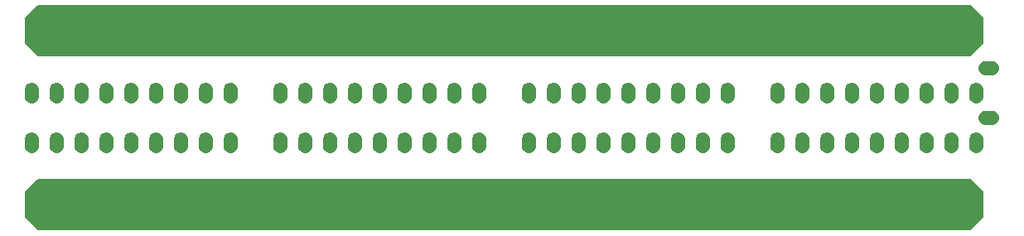
<source format=gbs>
G04 #@! TF.GenerationSoftware,KiCad,Pcbnew,5.0.2+dfsg1-1*
G04 #@! TF.CreationDate,2019-08-29T01:20:59+02:00*
G04 #@! TF.ProjectId,hexdump,68657864-756d-4702-9e6b-696361645f70,rev?*
G04 #@! TF.SameCoordinates,Original*
G04 #@! TF.FileFunction,Soldermask,Bot*
G04 #@! TF.FilePolarity,Negative*
%FSLAX46Y46*%
G04 Gerber Fmt 4.6, Leading zero omitted, Abs format (unit mm)*
G04 Created by KiCad (PCBNEW 5.0.2+dfsg1-1) date Thu 29 Aug 2019 01:20:59 AM CEST*
%MOMM*%
%LPD*%
G01*
G04 APERTURE LIST*
%ADD10C,0.150000*%
%ADD11C,0.100000*%
G04 APERTURE END LIST*
D10*
G36*
X-473075000Y-85090000D02*
X-471805000Y-83820000D01*
X-376555000Y-83820000D01*
X-375285000Y-85090000D01*
X-375285000Y-87630000D01*
X-376555000Y-88900000D01*
X-471805000Y-88900000D01*
X-473075000Y-87630000D01*
X-473075000Y-85090000D01*
G37*
X-473075000Y-85090000D02*
X-471805000Y-83820000D01*
X-376555000Y-83820000D01*
X-375285000Y-85090000D01*
X-375285000Y-87630000D01*
X-376555000Y-88900000D01*
X-471805000Y-88900000D01*
X-473075000Y-87630000D01*
X-473075000Y-85090000D01*
G36*
X-471805000Y-71120000D02*
X-473075000Y-69850000D01*
X-473075000Y-67310000D01*
X-471805000Y-66040000D01*
X-376555000Y-66040000D01*
X-375285000Y-67310000D01*
X-375285000Y-69850000D01*
X-376555000Y-71120000D01*
X-471805000Y-71120000D01*
G37*
X-471805000Y-71120000D02*
X-473075000Y-69850000D01*
X-473075000Y-67310000D01*
X-471805000Y-66040000D01*
X-376555000Y-66040000D01*
X-375285000Y-67310000D01*
X-375285000Y-69850000D01*
X-376555000Y-71120000D01*
X-471805000Y-71120000D01*
D11*
G36*
X-418959640Y-78969360D02*
X-418824672Y-79010302D01*
X-418758186Y-79045840D01*
X-418700287Y-79076788D01*
X-418700285Y-79076789D01*
X-418700286Y-79076789D01*
X-418591262Y-79166262D01*
X-418501789Y-79275286D01*
X-418435302Y-79399672D01*
X-418394360Y-79534641D01*
X-418384000Y-79639827D01*
X-418384000Y-80380173D01*
X-418394360Y-80485359D01*
X-418435302Y-80620328D01*
X-418470840Y-80686814D01*
X-418501787Y-80744712D01*
X-418501789Y-80744714D01*
X-418591259Y-80853735D01*
X-418624615Y-80881109D01*
X-418700288Y-80943212D01*
X-418700290Y-80943213D01*
X-418824673Y-81009698D01*
X-418959641Y-81050640D01*
X-419100000Y-81064464D01*
X-419240360Y-81050640D01*
X-419375328Y-81009698D01*
X-419441814Y-80974160D01*
X-419499713Y-80943212D01*
X-419511098Y-80933869D01*
X-419608735Y-80853741D01*
X-419698211Y-80744713D01*
X-419698212Y-80744712D01*
X-419764697Y-80620328D01*
X-419764698Y-80620327D01*
X-419785169Y-80552842D01*
X-419805640Y-80485359D01*
X-419816000Y-80380170D01*
X-419816000Y-79639829D01*
X-419805640Y-79534640D01*
X-419805640Y-79534638D01*
X-419785169Y-79467156D01*
X-419764698Y-79399673D01*
X-419698211Y-79275287D01*
X-419608737Y-79166262D01*
X-419499712Y-79076788D01*
X-419441813Y-79045840D01*
X-419375327Y-79010302D01*
X-419240359Y-78969360D01*
X-419100000Y-78955536D01*
X-418959640Y-78969360D01*
X-418959640Y-78969360D01*
G37*
G36*
X-375779640Y-78969360D02*
X-375644672Y-79010302D01*
X-375578186Y-79045840D01*
X-375520287Y-79076788D01*
X-375520285Y-79076789D01*
X-375520286Y-79076789D01*
X-375411262Y-79166262D01*
X-375321789Y-79275286D01*
X-375255302Y-79399672D01*
X-375214360Y-79534641D01*
X-375204000Y-79639827D01*
X-375204000Y-80380173D01*
X-375214360Y-80485359D01*
X-375255302Y-80620328D01*
X-375290840Y-80686814D01*
X-375321787Y-80744712D01*
X-375321789Y-80744714D01*
X-375411259Y-80853735D01*
X-375444615Y-80881109D01*
X-375520288Y-80943212D01*
X-375520290Y-80943213D01*
X-375644673Y-81009698D01*
X-375779641Y-81050640D01*
X-375920000Y-81064464D01*
X-376060360Y-81050640D01*
X-376195328Y-81009698D01*
X-376261814Y-80974160D01*
X-376319713Y-80943212D01*
X-376331098Y-80933869D01*
X-376428735Y-80853741D01*
X-376518211Y-80744713D01*
X-376518212Y-80744712D01*
X-376584697Y-80620328D01*
X-376584698Y-80620327D01*
X-376605169Y-80552842D01*
X-376625640Y-80485359D01*
X-376636000Y-80380170D01*
X-376636000Y-79639829D01*
X-376625640Y-79534640D01*
X-376625640Y-79534638D01*
X-376605169Y-79467156D01*
X-376584698Y-79399673D01*
X-376518211Y-79275287D01*
X-376428737Y-79166262D01*
X-376319712Y-79076788D01*
X-376261813Y-79045840D01*
X-376195327Y-79010302D01*
X-376060359Y-78969360D01*
X-375920000Y-78955536D01*
X-375779640Y-78969360D01*
X-375779640Y-78969360D01*
G37*
G36*
X-396099640Y-78969360D02*
X-395964672Y-79010302D01*
X-395898186Y-79045840D01*
X-395840287Y-79076788D01*
X-395840285Y-79076789D01*
X-395840286Y-79076789D01*
X-395731262Y-79166262D01*
X-395641789Y-79275286D01*
X-395575302Y-79399672D01*
X-395534360Y-79534641D01*
X-395524000Y-79639827D01*
X-395524000Y-80380173D01*
X-395534360Y-80485359D01*
X-395575302Y-80620328D01*
X-395610840Y-80686814D01*
X-395641787Y-80744712D01*
X-395641789Y-80744714D01*
X-395731259Y-80853735D01*
X-395764615Y-80881109D01*
X-395840288Y-80943212D01*
X-395840290Y-80943213D01*
X-395964673Y-81009698D01*
X-396099641Y-81050640D01*
X-396240000Y-81064464D01*
X-396380360Y-81050640D01*
X-396515328Y-81009698D01*
X-396581814Y-80974160D01*
X-396639713Y-80943212D01*
X-396651098Y-80933869D01*
X-396748735Y-80853741D01*
X-396838211Y-80744713D01*
X-396838212Y-80744712D01*
X-396904697Y-80620328D01*
X-396904698Y-80620327D01*
X-396925169Y-80552842D01*
X-396945640Y-80485359D01*
X-396956000Y-80380170D01*
X-396956000Y-79639829D01*
X-396945640Y-79534640D01*
X-396945640Y-79534638D01*
X-396925169Y-79467156D01*
X-396904698Y-79399673D01*
X-396838211Y-79275287D01*
X-396748737Y-79166262D01*
X-396639712Y-79076788D01*
X-396581813Y-79045840D01*
X-396515327Y-79010302D01*
X-396380359Y-78969360D01*
X-396240000Y-78955536D01*
X-396099640Y-78969360D01*
X-396099640Y-78969360D01*
G37*
G36*
X-393559640Y-78969360D02*
X-393424672Y-79010302D01*
X-393358186Y-79045840D01*
X-393300287Y-79076788D01*
X-393300285Y-79076789D01*
X-393300286Y-79076789D01*
X-393191262Y-79166262D01*
X-393101789Y-79275286D01*
X-393035302Y-79399672D01*
X-392994360Y-79534641D01*
X-392984000Y-79639827D01*
X-392984000Y-80380173D01*
X-392994360Y-80485359D01*
X-393035302Y-80620328D01*
X-393070840Y-80686814D01*
X-393101787Y-80744712D01*
X-393101789Y-80744714D01*
X-393191259Y-80853735D01*
X-393224615Y-80881109D01*
X-393300288Y-80943212D01*
X-393300290Y-80943213D01*
X-393424673Y-81009698D01*
X-393559641Y-81050640D01*
X-393700000Y-81064464D01*
X-393840360Y-81050640D01*
X-393975328Y-81009698D01*
X-394041814Y-80974160D01*
X-394099713Y-80943212D01*
X-394111098Y-80933869D01*
X-394208735Y-80853741D01*
X-394298211Y-80744713D01*
X-394298212Y-80744712D01*
X-394364697Y-80620328D01*
X-394364698Y-80620327D01*
X-394385169Y-80552842D01*
X-394405640Y-80485359D01*
X-394416000Y-80380170D01*
X-394416000Y-79639829D01*
X-394405640Y-79534640D01*
X-394405640Y-79534638D01*
X-394385169Y-79467156D01*
X-394364698Y-79399673D01*
X-394298211Y-79275287D01*
X-394208737Y-79166262D01*
X-394099712Y-79076788D01*
X-394041813Y-79045840D01*
X-393975327Y-79010302D01*
X-393840359Y-78969360D01*
X-393700000Y-78955536D01*
X-393559640Y-78969360D01*
X-393559640Y-78969360D01*
G37*
G36*
X-391019640Y-78969360D02*
X-390884672Y-79010302D01*
X-390818186Y-79045840D01*
X-390760287Y-79076788D01*
X-390760285Y-79076789D01*
X-390760286Y-79076789D01*
X-390651262Y-79166262D01*
X-390561789Y-79275286D01*
X-390495302Y-79399672D01*
X-390454360Y-79534641D01*
X-390444000Y-79639827D01*
X-390444000Y-80380173D01*
X-390454360Y-80485359D01*
X-390495302Y-80620328D01*
X-390530840Y-80686814D01*
X-390561787Y-80744712D01*
X-390561789Y-80744714D01*
X-390651259Y-80853735D01*
X-390684615Y-80881109D01*
X-390760288Y-80943212D01*
X-390760290Y-80943213D01*
X-390884673Y-81009698D01*
X-391019641Y-81050640D01*
X-391160000Y-81064464D01*
X-391300360Y-81050640D01*
X-391435328Y-81009698D01*
X-391501814Y-80974160D01*
X-391559713Y-80943212D01*
X-391571098Y-80933869D01*
X-391668735Y-80853741D01*
X-391758211Y-80744713D01*
X-391758212Y-80744712D01*
X-391824697Y-80620328D01*
X-391824698Y-80620327D01*
X-391845169Y-80552842D01*
X-391865640Y-80485359D01*
X-391876000Y-80380170D01*
X-391876000Y-79639829D01*
X-391865640Y-79534640D01*
X-391865640Y-79534638D01*
X-391845169Y-79467156D01*
X-391824698Y-79399673D01*
X-391758211Y-79275287D01*
X-391668737Y-79166262D01*
X-391559712Y-79076788D01*
X-391501813Y-79045840D01*
X-391435327Y-79010302D01*
X-391300359Y-78969360D01*
X-391160000Y-78955536D01*
X-391019640Y-78969360D01*
X-391019640Y-78969360D01*
G37*
G36*
X-388479640Y-78969360D02*
X-388344672Y-79010302D01*
X-388278186Y-79045840D01*
X-388220287Y-79076788D01*
X-388220285Y-79076789D01*
X-388220286Y-79076789D01*
X-388111262Y-79166262D01*
X-388021789Y-79275286D01*
X-387955302Y-79399672D01*
X-387914360Y-79534641D01*
X-387904000Y-79639827D01*
X-387904000Y-80380173D01*
X-387914360Y-80485359D01*
X-387955302Y-80620328D01*
X-387990840Y-80686814D01*
X-388021787Y-80744712D01*
X-388021789Y-80744714D01*
X-388111259Y-80853735D01*
X-388144615Y-80881109D01*
X-388220288Y-80943212D01*
X-388220290Y-80943213D01*
X-388344673Y-81009698D01*
X-388479641Y-81050640D01*
X-388620000Y-81064464D01*
X-388760360Y-81050640D01*
X-388895328Y-81009698D01*
X-388961814Y-80974160D01*
X-389019713Y-80943212D01*
X-389031098Y-80933869D01*
X-389128735Y-80853741D01*
X-389218211Y-80744713D01*
X-389218212Y-80744712D01*
X-389284697Y-80620328D01*
X-389284698Y-80620327D01*
X-389305169Y-80552842D01*
X-389325640Y-80485359D01*
X-389336000Y-80380170D01*
X-389336000Y-79639829D01*
X-389325640Y-79534640D01*
X-389325640Y-79534638D01*
X-389305169Y-79467156D01*
X-389284698Y-79399673D01*
X-389218211Y-79275287D01*
X-389128737Y-79166262D01*
X-389019712Y-79076788D01*
X-388961813Y-79045840D01*
X-388895327Y-79010302D01*
X-388760359Y-78969360D01*
X-388620000Y-78955536D01*
X-388479640Y-78969360D01*
X-388479640Y-78969360D01*
G37*
G36*
X-385939640Y-78969360D02*
X-385804672Y-79010302D01*
X-385738186Y-79045840D01*
X-385680287Y-79076788D01*
X-385680285Y-79076789D01*
X-385680286Y-79076789D01*
X-385571262Y-79166262D01*
X-385481789Y-79275286D01*
X-385415302Y-79399672D01*
X-385374360Y-79534641D01*
X-385364000Y-79639827D01*
X-385364000Y-80380173D01*
X-385374360Y-80485359D01*
X-385415302Y-80620328D01*
X-385450840Y-80686814D01*
X-385481787Y-80744712D01*
X-385481789Y-80744714D01*
X-385571259Y-80853735D01*
X-385604615Y-80881109D01*
X-385680288Y-80943212D01*
X-385680290Y-80943213D01*
X-385804673Y-81009698D01*
X-385939641Y-81050640D01*
X-386080000Y-81064464D01*
X-386220360Y-81050640D01*
X-386355328Y-81009698D01*
X-386421814Y-80974160D01*
X-386479713Y-80943212D01*
X-386491098Y-80933869D01*
X-386588735Y-80853741D01*
X-386678211Y-80744713D01*
X-386678212Y-80744712D01*
X-386744697Y-80620328D01*
X-386744698Y-80620327D01*
X-386765169Y-80552842D01*
X-386785640Y-80485359D01*
X-386796000Y-80380170D01*
X-386796000Y-79639829D01*
X-386785640Y-79534640D01*
X-386785640Y-79534638D01*
X-386765169Y-79467156D01*
X-386744698Y-79399673D01*
X-386678211Y-79275287D01*
X-386588737Y-79166262D01*
X-386479712Y-79076788D01*
X-386421813Y-79045840D01*
X-386355327Y-79010302D01*
X-386220359Y-78969360D01*
X-386080000Y-78955536D01*
X-385939640Y-78969360D01*
X-385939640Y-78969360D01*
G37*
G36*
X-383399640Y-78969360D02*
X-383264672Y-79010302D01*
X-383198186Y-79045840D01*
X-383140287Y-79076788D01*
X-383140285Y-79076789D01*
X-383140286Y-79076789D01*
X-383031262Y-79166262D01*
X-382941789Y-79275286D01*
X-382875302Y-79399672D01*
X-382834360Y-79534641D01*
X-382824000Y-79639827D01*
X-382824000Y-80380173D01*
X-382834360Y-80485359D01*
X-382875302Y-80620328D01*
X-382910840Y-80686814D01*
X-382941787Y-80744712D01*
X-382941789Y-80744714D01*
X-383031259Y-80853735D01*
X-383064615Y-80881109D01*
X-383140288Y-80943212D01*
X-383140290Y-80943213D01*
X-383264673Y-81009698D01*
X-383399641Y-81050640D01*
X-383540000Y-81064464D01*
X-383680360Y-81050640D01*
X-383815328Y-81009698D01*
X-383881814Y-80974160D01*
X-383939713Y-80943212D01*
X-383951098Y-80933869D01*
X-384048735Y-80853741D01*
X-384138211Y-80744713D01*
X-384138212Y-80744712D01*
X-384204697Y-80620328D01*
X-384204698Y-80620327D01*
X-384225169Y-80552842D01*
X-384245640Y-80485359D01*
X-384256000Y-80380170D01*
X-384256000Y-79639829D01*
X-384245640Y-79534640D01*
X-384245640Y-79534638D01*
X-384225169Y-79467156D01*
X-384204698Y-79399673D01*
X-384138211Y-79275287D01*
X-384048737Y-79166262D01*
X-383939712Y-79076788D01*
X-383881813Y-79045840D01*
X-383815327Y-79010302D01*
X-383680359Y-78969360D01*
X-383540000Y-78955536D01*
X-383399640Y-78969360D01*
X-383399640Y-78969360D01*
G37*
G36*
X-380859640Y-78969360D02*
X-380724672Y-79010302D01*
X-380658186Y-79045840D01*
X-380600287Y-79076788D01*
X-380600285Y-79076789D01*
X-380600286Y-79076789D01*
X-380491262Y-79166262D01*
X-380401789Y-79275286D01*
X-380335302Y-79399672D01*
X-380294360Y-79534641D01*
X-380284000Y-79639827D01*
X-380284000Y-80380173D01*
X-380294360Y-80485359D01*
X-380335302Y-80620328D01*
X-380370840Y-80686814D01*
X-380401787Y-80744712D01*
X-380401789Y-80744714D01*
X-380491259Y-80853735D01*
X-380524615Y-80881109D01*
X-380600288Y-80943212D01*
X-380600290Y-80943213D01*
X-380724673Y-81009698D01*
X-380859641Y-81050640D01*
X-381000000Y-81064464D01*
X-381140360Y-81050640D01*
X-381275328Y-81009698D01*
X-381341814Y-80974160D01*
X-381399713Y-80943212D01*
X-381411098Y-80933869D01*
X-381508735Y-80853741D01*
X-381598211Y-80744713D01*
X-381598212Y-80744712D01*
X-381664697Y-80620328D01*
X-381664698Y-80620327D01*
X-381685169Y-80552842D01*
X-381705640Y-80485359D01*
X-381716000Y-80380170D01*
X-381716000Y-79639829D01*
X-381705640Y-79534640D01*
X-381705640Y-79534638D01*
X-381685169Y-79467156D01*
X-381664698Y-79399673D01*
X-381598211Y-79275287D01*
X-381508737Y-79166262D01*
X-381399712Y-79076788D01*
X-381341813Y-79045840D01*
X-381275327Y-79010302D01*
X-381140359Y-78969360D01*
X-381000000Y-78955536D01*
X-380859640Y-78969360D01*
X-380859640Y-78969360D01*
G37*
G36*
X-378319640Y-78969360D02*
X-378184672Y-79010302D01*
X-378118186Y-79045840D01*
X-378060287Y-79076788D01*
X-378060285Y-79076789D01*
X-378060286Y-79076789D01*
X-377951262Y-79166262D01*
X-377861789Y-79275286D01*
X-377795302Y-79399672D01*
X-377754360Y-79534641D01*
X-377744000Y-79639827D01*
X-377744000Y-80380173D01*
X-377754360Y-80485359D01*
X-377795302Y-80620328D01*
X-377830840Y-80686814D01*
X-377861787Y-80744712D01*
X-377861789Y-80744714D01*
X-377951259Y-80853735D01*
X-377984615Y-80881109D01*
X-378060288Y-80943212D01*
X-378060290Y-80943213D01*
X-378184673Y-81009698D01*
X-378319641Y-81050640D01*
X-378460000Y-81064464D01*
X-378600360Y-81050640D01*
X-378735328Y-81009698D01*
X-378801814Y-80974160D01*
X-378859713Y-80943212D01*
X-378871098Y-80933869D01*
X-378968735Y-80853741D01*
X-379058211Y-80744713D01*
X-379058212Y-80744712D01*
X-379124697Y-80620328D01*
X-379124698Y-80620327D01*
X-379145169Y-80552842D01*
X-379165640Y-80485359D01*
X-379176000Y-80380170D01*
X-379176000Y-79639829D01*
X-379165640Y-79534640D01*
X-379165640Y-79534638D01*
X-379145169Y-79467156D01*
X-379124698Y-79399673D01*
X-379058211Y-79275287D01*
X-378968737Y-79166262D01*
X-378859712Y-79076788D01*
X-378801813Y-79045840D01*
X-378735327Y-79010302D01*
X-378600359Y-78969360D01*
X-378460000Y-78955536D01*
X-378319640Y-78969360D01*
X-378319640Y-78969360D01*
G37*
G36*
X-426579640Y-78969360D02*
X-426444672Y-79010302D01*
X-426378186Y-79045840D01*
X-426320287Y-79076788D01*
X-426320285Y-79076789D01*
X-426320286Y-79076789D01*
X-426211262Y-79166262D01*
X-426121789Y-79275286D01*
X-426055302Y-79399672D01*
X-426014360Y-79534641D01*
X-426004000Y-79639827D01*
X-426004000Y-80380173D01*
X-426014360Y-80485359D01*
X-426055302Y-80620328D01*
X-426090840Y-80686814D01*
X-426121787Y-80744712D01*
X-426121789Y-80744714D01*
X-426211259Y-80853735D01*
X-426244615Y-80881109D01*
X-426320288Y-80943212D01*
X-426320290Y-80943213D01*
X-426444673Y-81009698D01*
X-426579641Y-81050640D01*
X-426720000Y-81064464D01*
X-426860360Y-81050640D01*
X-426995328Y-81009698D01*
X-427061814Y-80974160D01*
X-427119713Y-80943212D01*
X-427131098Y-80933869D01*
X-427228735Y-80853741D01*
X-427318211Y-80744713D01*
X-427318212Y-80744712D01*
X-427384697Y-80620328D01*
X-427384698Y-80620327D01*
X-427405169Y-80552842D01*
X-427425640Y-80485359D01*
X-427436000Y-80380170D01*
X-427436000Y-79639829D01*
X-427425640Y-79534640D01*
X-427425640Y-79534638D01*
X-427405169Y-79467156D01*
X-427384698Y-79399673D01*
X-427318211Y-79275287D01*
X-427228737Y-79166262D01*
X-427119712Y-79076788D01*
X-427061813Y-79045840D01*
X-426995327Y-79010302D01*
X-426860359Y-78969360D01*
X-426720000Y-78955536D01*
X-426579640Y-78969360D01*
X-426579640Y-78969360D01*
G37*
G36*
X-421499640Y-78969360D02*
X-421364672Y-79010302D01*
X-421298186Y-79045840D01*
X-421240287Y-79076788D01*
X-421240285Y-79076789D01*
X-421240286Y-79076789D01*
X-421131262Y-79166262D01*
X-421041789Y-79275286D01*
X-420975302Y-79399672D01*
X-420934360Y-79534641D01*
X-420924000Y-79639827D01*
X-420924000Y-80380173D01*
X-420934360Y-80485359D01*
X-420975302Y-80620328D01*
X-421010840Y-80686814D01*
X-421041787Y-80744712D01*
X-421041789Y-80744714D01*
X-421131259Y-80853735D01*
X-421164615Y-80881109D01*
X-421240288Y-80943212D01*
X-421240290Y-80943213D01*
X-421364673Y-81009698D01*
X-421499641Y-81050640D01*
X-421640000Y-81064464D01*
X-421780360Y-81050640D01*
X-421915328Y-81009698D01*
X-421981814Y-80974160D01*
X-422039713Y-80943212D01*
X-422051098Y-80933869D01*
X-422148735Y-80853741D01*
X-422238211Y-80744713D01*
X-422238212Y-80744712D01*
X-422304697Y-80620328D01*
X-422304698Y-80620327D01*
X-422325169Y-80552842D01*
X-422345640Y-80485359D01*
X-422356000Y-80380170D01*
X-422356000Y-79639829D01*
X-422345640Y-79534640D01*
X-422345640Y-79534638D01*
X-422325169Y-79467156D01*
X-422304698Y-79399673D01*
X-422238211Y-79275287D01*
X-422148737Y-79166262D01*
X-422039712Y-79076788D01*
X-421981813Y-79045840D01*
X-421915327Y-79010302D01*
X-421780359Y-78969360D01*
X-421640000Y-78955536D01*
X-421499640Y-78969360D01*
X-421499640Y-78969360D01*
G37*
G36*
X-416419640Y-78969360D02*
X-416284672Y-79010302D01*
X-416218186Y-79045840D01*
X-416160287Y-79076788D01*
X-416160285Y-79076789D01*
X-416160286Y-79076789D01*
X-416051262Y-79166262D01*
X-415961789Y-79275286D01*
X-415895302Y-79399672D01*
X-415854360Y-79534641D01*
X-415844000Y-79639827D01*
X-415844000Y-80380173D01*
X-415854360Y-80485359D01*
X-415895302Y-80620328D01*
X-415930840Y-80686814D01*
X-415961787Y-80744712D01*
X-415961789Y-80744714D01*
X-416051259Y-80853735D01*
X-416084615Y-80881109D01*
X-416160288Y-80943212D01*
X-416160290Y-80943213D01*
X-416284673Y-81009698D01*
X-416419641Y-81050640D01*
X-416560000Y-81064464D01*
X-416700360Y-81050640D01*
X-416835328Y-81009698D01*
X-416901814Y-80974160D01*
X-416959713Y-80943212D01*
X-416971098Y-80933869D01*
X-417068735Y-80853741D01*
X-417158211Y-80744713D01*
X-417158212Y-80744712D01*
X-417224697Y-80620328D01*
X-417224698Y-80620327D01*
X-417245169Y-80552842D01*
X-417265640Y-80485359D01*
X-417276000Y-80380170D01*
X-417276000Y-79639829D01*
X-417265640Y-79534640D01*
X-417265640Y-79534638D01*
X-417245169Y-79467156D01*
X-417224698Y-79399673D01*
X-417158211Y-79275287D01*
X-417068737Y-79166262D01*
X-416959712Y-79076788D01*
X-416901813Y-79045840D01*
X-416835327Y-79010302D01*
X-416700359Y-78969360D01*
X-416560000Y-78955536D01*
X-416419640Y-78969360D01*
X-416419640Y-78969360D01*
G37*
G36*
X-413879640Y-78969360D02*
X-413744672Y-79010302D01*
X-413678186Y-79045840D01*
X-413620287Y-79076788D01*
X-413620285Y-79076789D01*
X-413620286Y-79076789D01*
X-413511262Y-79166262D01*
X-413421789Y-79275286D01*
X-413355302Y-79399672D01*
X-413314360Y-79534641D01*
X-413304000Y-79639827D01*
X-413304000Y-80380173D01*
X-413314360Y-80485359D01*
X-413355302Y-80620328D01*
X-413390840Y-80686814D01*
X-413421787Y-80744712D01*
X-413421789Y-80744714D01*
X-413511259Y-80853735D01*
X-413544615Y-80881109D01*
X-413620288Y-80943212D01*
X-413620290Y-80943213D01*
X-413744673Y-81009698D01*
X-413879641Y-81050640D01*
X-414020000Y-81064464D01*
X-414160360Y-81050640D01*
X-414295328Y-81009698D01*
X-414361814Y-80974160D01*
X-414419713Y-80943212D01*
X-414431098Y-80933869D01*
X-414528735Y-80853741D01*
X-414618211Y-80744713D01*
X-414618212Y-80744712D01*
X-414684697Y-80620328D01*
X-414684698Y-80620327D01*
X-414705169Y-80552842D01*
X-414725640Y-80485359D01*
X-414736000Y-80380170D01*
X-414736000Y-79639829D01*
X-414725640Y-79534640D01*
X-414725640Y-79534638D01*
X-414705169Y-79467156D01*
X-414684698Y-79399673D01*
X-414618211Y-79275287D01*
X-414528737Y-79166262D01*
X-414419712Y-79076788D01*
X-414361813Y-79045840D01*
X-414295327Y-79010302D01*
X-414160359Y-78969360D01*
X-414020000Y-78955536D01*
X-413879640Y-78969360D01*
X-413879640Y-78969360D01*
G37*
G36*
X-411339640Y-78969360D02*
X-411204672Y-79010302D01*
X-411138186Y-79045840D01*
X-411080287Y-79076788D01*
X-411080285Y-79076789D01*
X-411080286Y-79076789D01*
X-410971262Y-79166262D01*
X-410881789Y-79275286D01*
X-410815302Y-79399672D01*
X-410774360Y-79534641D01*
X-410764000Y-79639827D01*
X-410764000Y-80380173D01*
X-410774360Y-80485359D01*
X-410815302Y-80620328D01*
X-410850840Y-80686814D01*
X-410881787Y-80744712D01*
X-410881789Y-80744714D01*
X-410971259Y-80853735D01*
X-411004615Y-80881109D01*
X-411080288Y-80943212D01*
X-411080290Y-80943213D01*
X-411204673Y-81009698D01*
X-411339641Y-81050640D01*
X-411480000Y-81064464D01*
X-411620360Y-81050640D01*
X-411755328Y-81009698D01*
X-411821814Y-80974160D01*
X-411879713Y-80943212D01*
X-411891098Y-80933869D01*
X-411988735Y-80853741D01*
X-412078211Y-80744713D01*
X-412078212Y-80744712D01*
X-412144697Y-80620328D01*
X-412144698Y-80620327D01*
X-412165169Y-80552842D01*
X-412185640Y-80485359D01*
X-412196000Y-80380170D01*
X-412196000Y-79639829D01*
X-412185640Y-79534640D01*
X-412185640Y-79534638D01*
X-412165169Y-79467156D01*
X-412144698Y-79399673D01*
X-412078211Y-79275287D01*
X-411988737Y-79166262D01*
X-411879712Y-79076788D01*
X-411821813Y-79045840D01*
X-411755327Y-79010302D01*
X-411620359Y-78969360D01*
X-411480000Y-78955536D01*
X-411339640Y-78969360D01*
X-411339640Y-78969360D01*
G37*
G36*
X-408799640Y-78969360D02*
X-408664672Y-79010302D01*
X-408598186Y-79045840D01*
X-408540287Y-79076788D01*
X-408540285Y-79076789D01*
X-408540286Y-79076789D01*
X-408431262Y-79166262D01*
X-408341789Y-79275286D01*
X-408275302Y-79399672D01*
X-408234360Y-79534641D01*
X-408224000Y-79639827D01*
X-408224000Y-80380173D01*
X-408234360Y-80485359D01*
X-408275302Y-80620328D01*
X-408310840Y-80686814D01*
X-408341787Y-80744712D01*
X-408341789Y-80744714D01*
X-408431259Y-80853735D01*
X-408464615Y-80881109D01*
X-408540288Y-80943212D01*
X-408540290Y-80943213D01*
X-408664673Y-81009698D01*
X-408799641Y-81050640D01*
X-408940000Y-81064464D01*
X-409080360Y-81050640D01*
X-409215328Y-81009698D01*
X-409281814Y-80974160D01*
X-409339713Y-80943212D01*
X-409351098Y-80933869D01*
X-409448735Y-80853741D01*
X-409538211Y-80744713D01*
X-409538212Y-80744712D01*
X-409604697Y-80620328D01*
X-409604698Y-80620327D01*
X-409625169Y-80552842D01*
X-409645640Y-80485359D01*
X-409656000Y-80380170D01*
X-409656000Y-79639829D01*
X-409645640Y-79534640D01*
X-409645640Y-79534638D01*
X-409625169Y-79467156D01*
X-409604698Y-79399673D01*
X-409538211Y-79275287D01*
X-409448737Y-79166262D01*
X-409339712Y-79076788D01*
X-409281813Y-79045840D01*
X-409215327Y-79010302D01*
X-409080359Y-78969360D01*
X-408940000Y-78955536D01*
X-408799640Y-78969360D01*
X-408799640Y-78969360D01*
G37*
G36*
X-406259640Y-78969360D02*
X-406124672Y-79010302D01*
X-406058186Y-79045840D01*
X-406000287Y-79076788D01*
X-406000285Y-79076789D01*
X-406000286Y-79076789D01*
X-405891262Y-79166262D01*
X-405801789Y-79275286D01*
X-405735302Y-79399672D01*
X-405694360Y-79534641D01*
X-405684000Y-79639827D01*
X-405684000Y-80380173D01*
X-405694360Y-80485359D01*
X-405735302Y-80620328D01*
X-405770840Y-80686814D01*
X-405801787Y-80744712D01*
X-405801789Y-80744714D01*
X-405891259Y-80853735D01*
X-405924615Y-80881109D01*
X-406000288Y-80943212D01*
X-406000290Y-80943213D01*
X-406124673Y-81009698D01*
X-406259641Y-81050640D01*
X-406400000Y-81064464D01*
X-406540360Y-81050640D01*
X-406675328Y-81009698D01*
X-406741814Y-80974160D01*
X-406799713Y-80943212D01*
X-406811098Y-80933869D01*
X-406908735Y-80853741D01*
X-406998211Y-80744713D01*
X-406998212Y-80744712D01*
X-407064697Y-80620328D01*
X-407064698Y-80620327D01*
X-407085169Y-80552842D01*
X-407105640Y-80485359D01*
X-407116000Y-80380170D01*
X-407116000Y-79639829D01*
X-407105640Y-79534640D01*
X-407105640Y-79534638D01*
X-407085169Y-79467156D01*
X-407064698Y-79399673D01*
X-406998211Y-79275287D01*
X-406908737Y-79166262D01*
X-406799712Y-79076788D01*
X-406741813Y-79045840D01*
X-406675327Y-79010302D01*
X-406540359Y-78969360D01*
X-406400000Y-78955536D01*
X-406259640Y-78969360D01*
X-406259640Y-78969360D01*
G37*
G36*
X-403719640Y-78969360D02*
X-403584672Y-79010302D01*
X-403518186Y-79045840D01*
X-403460287Y-79076788D01*
X-403460285Y-79076789D01*
X-403460286Y-79076789D01*
X-403351262Y-79166262D01*
X-403261789Y-79275286D01*
X-403195302Y-79399672D01*
X-403154360Y-79534641D01*
X-403144000Y-79639827D01*
X-403144000Y-80380173D01*
X-403154360Y-80485359D01*
X-403195302Y-80620328D01*
X-403230840Y-80686814D01*
X-403261787Y-80744712D01*
X-403261789Y-80744714D01*
X-403351259Y-80853735D01*
X-403384615Y-80881109D01*
X-403460288Y-80943212D01*
X-403460290Y-80943213D01*
X-403584673Y-81009698D01*
X-403719641Y-81050640D01*
X-403860000Y-81064464D01*
X-404000360Y-81050640D01*
X-404135328Y-81009698D01*
X-404201814Y-80974160D01*
X-404259713Y-80943212D01*
X-404271098Y-80933869D01*
X-404368735Y-80853741D01*
X-404458211Y-80744713D01*
X-404458212Y-80744712D01*
X-404524697Y-80620328D01*
X-404524698Y-80620327D01*
X-404545169Y-80552842D01*
X-404565640Y-80485359D01*
X-404576000Y-80380170D01*
X-404576000Y-79639829D01*
X-404565640Y-79534640D01*
X-404565640Y-79534638D01*
X-404545169Y-79467156D01*
X-404524698Y-79399673D01*
X-404458211Y-79275287D01*
X-404368737Y-79166262D01*
X-404259712Y-79076788D01*
X-404201813Y-79045840D01*
X-404135327Y-79010302D01*
X-404000359Y-78969360D01*
X-403860000Y-78955536D01*
X-403719640Y-78969360D01*
X-403719640Y-78969360D01*
G37*
G36*
X-472299640Y-78969360D02*
X-472164672Y-79010302D01*
X-472098186Y-79045840D01*
X-472040287Y-79076788D01*
X-472040285Y-79076789D01*
X-472040286Y-79076789D01*
X-471931262Y-79166262D01*
X-471841789Y-79275286D01*
X-471775302Y-79399672D01*
X-471734360Y-79534641D01*
X-471724000Y-79639827D01*
X-471724000Y-80380173D01*
X-471734360Y-80485359D01*
X-471775302Y-80620328D01*
X-471810840Y-80686814D01*
X-471841787Y-80744712D01*
X-471841789Y-80744714D01*
X-471931259Y-80853735D01*
X-471964615Y-80881109D01*
X-472040288Y-80943212D01*
X-472040290Y-80943213D01*
X-472164673Y-81009698D01*
X-472299641Y-81050640D01*
X-472440000Y-81064464D01*
X-472580360Y-81050640D01*
X-472715328Y-81009698D01*
X-472781814Y-80974160D01*
X-472839713Y-80943212D01*
X-472851098Y-80933869D01*
X-472948735Y-80853741D01*
X-473038211Y-80744713D01*
X-473038212Y-80744712D01*
X-473104697Y-80620328D01*
X-473104698Y-80620327D01*
X-473125169Y-80552842D01*
X-473145640Y-80485359D01*
X-473156000Y-80380170D01*
X-473156000Y-79639829D01*
X-473145640Y-79534640D01*
X-473145640Y-79534638D01*
X-473125169Y-79467156D01*
X-473104698Y-79399673D01*
X-473038211Y-79275287D01*
X-472948737Y-79166262D01*
X-472839712Y-79076788D01*
X-472781813Y-79045840D01*
X-472715327Y-79010302D01*
X-472580359Y-78969360D01*
X-472440000Y-78955536D01*
X-472299640Y-78969360D01*
X-472299640Y-78969360D01*
G37*
G36*
X-454519640Y-78969360D02*
X-454384672Y-79010302D01*
X-454318186Y-79045840D01*
X-454260287Y-79076788D01*
X-454260285Y-79076789D01*
X-454260286Y-79076789D01*
X-454151262Y-79166262D01*
X-454061789Y-79275286D01*
X-453995302Y-79399672D01*
X-453954360Y-79534641D01*
X-453944000Y-79639827D01*
X-453944000Y-80380173D01*
X-453954360Y-80485359D01*
X-453995302Y-80620328D01*
X-454030840Y-80686814D01*
X-454061787Y-80744712D01*
X-454061789Y-80744714D01*
X-454151259Y-80853735D01*
X-454184615Y-80881109D01*
X-454260288Y-80943212D01*
X-454260290Y-80943213D01*
X-454384673Y-81009698D01*
X-454519641Y-81050640D01*
X-454660000Y-81064464D01*
X-454800360Y-81050640D01*
X-454935328Y-81009698D01*
X-455001814Y-80974160D01*
X-455059713Y-80943212D01*
X-455071098Y-80933869D01*
X-455168735Y-80853741D01*
X-455258211Y-80744713D01*
X-455258212Y-80744712D01*
X-455324697Y-80620328D01*
X-455324698Y-80620327D01*
X-455345169Y-80552842D01*
X-455365640Y-80485359D01*
X-455376000Y-80380170D01*
X-455376000Y-79639829D01*
X-455365640Y-79534640D01*
X-455365640Y-79534638D01*
X-455345169Y-79467156D01*
X-455324698Y-79399673D01*
X-455258211Y-79275287D01*
X-455168737Y-79166262D01*
X-455059712Y-79076788D01*
X-455001813Y-79045840D01*
X-454935327Y-79010302D01*
X-454800359Y-78969360D01*
X-454660000Y-78955536D01*
X-454519640Y-78969360D01*
X-454519640Y-78969360D01*
G37*
G36*
X-451979640Y-78969360D02*
X-451844672Y-79010302D01*
X-451778186Y-79045840D01*
X-451720287Y-79076788D01*
X-451720285Y-79076789D01*
X-451720286Y-79076789D01*
X-451611262Y-79166262D01*
X-451521789Y-79275286D01*
X-451455302Y-79399672D01*
X-451414360Y-79534641D01*
X-451404000Y-79639827D01*
X-451404000Y-80380173D01*
X-451414360Y-80485359D01*
X-451455302Y-80620328D01*
X-451490840Y-80686814D01*
X-451521787Y-80744712D01*
X-451521789Y-80744714D01*
X-451611259Y-80853735D01*
X-451644615Y-80881109D01*
X-451720288Y-80943212D01*
X-451720290Y-80943213D01*
X-451844673Y-81009698D01*
X-451979641Y-81050640D01*
X-452120000Y-81064464D01*
X-452260360Y-81050640D01*
X-452395328Y-81009698D01*
X-452461814Y-80974160D01*
X-452519713Y-80943212D01*
X-452531098Y-80933869D01*
X-452628735Y-80853741D01*
X-452718211Y-80744713D01*
X-452718212Y-80744712D01*
X-452784697Y-80620328D01*
X-452784698Y-80620327D01*
X-452805169Y-80552842D01*
X-452825640Y-80485359D01*
X-452836000Y-80380170D01*
X-452836000Y-79639829D01*
X-452825640Y-79534640D01*
X-452825640Y-79534638D01*
X-452805169Y-79467156D01*
X-452784698Y-79399673D01*
X-452718211Y-79275287D01*
X-452628737Y-79166262D01*
X-452519712Y-79076788D01*
X-452461813Y-79045840D01*
X-452395327Y-79010302D01*
X-452260359Y-78969360D01*
X-452120000Y-78955536D01*
X-451979640Y-78969360D01*
X-451979640Y-78969360D01*
G37*
G36*
X-429119640Y-78969360D02*
X-428984672Y-79010302D01*
X-428918186Y-79045840D01*
X-428860287Y-79076788D01*
X-428860285Y-79076789D01*
X-428860286Y-79076789D01*
X-428751262Y-79166262D01*
X-428661789Y-79275286D01*
X-428595302Y-79399672D01*
X-428554360Y-79534641D01*
X-428544000Y-79639827D01*
X-428544000Y-80380173D01*
X-428554360Y-80485359D01*
X-428595302Y-80620328D01*
X-428630840Y-80686814D01*
X-428661787Y-80744712D01*
X-428661789Y-80744714D01*
X-428751259Y-80853735D01*
X-428784615Y-80881109D01*
X-428860288Y-80943212D01*
X-428860290Y-80943213D01*
X-428984673Y-81009698D01*
X-429119641Y-81050640D01*
X-429260000Y-81064464D01*
X-429400360Y-81050640D01*
X-429535328Y-81009698D01*
X-429601814Y-80974160D01*
X-429659713Y-80943212D01*
X-429671098Y-80933869D01*
X-429768735Y-80853741D01*
X-429858211Y-80744713D01*
X-429858212Y-80744712D01*
X-429924697Y-80620328D01*
X-429924698Y-80620327D01*
X-429945169Y-80552842D01*
X-429965640Y-80485359D01*
X-429976000Y-80380170D01*
X-429976000Y-79639829D01*
X-429965640Y-79534640D01*
X-429965640Y-79534638D01*
X-429945169Y-79467156D01*
X-429924698Y-79399673D01*
X-429858211Y-79275287D01*
X-429768737Y-79166262D01*
X-429659712Y-79076788D01*
X-429601813Y-79045840D01*
X-429535327Y-79010302D01*
X-429400359Y-78969360D01*
X-429260000Y-78955536D01*
X-429119640Y-78969360D01*
X-429119640Y-78969360D01*
G37*
G36*
X-431659640Y-78969360D02*
X-431524672Y-79010302D01*
X-431458186Y-79045840D01*
X-431400287Y-79076788D01*
X-431400285Y-79076789D01*
X-431400286Y-79076789D01*
X-431291262Y-79166262D01*
X-431201789Y-79275286D01*
X-431135302Y-79399672D01*
X-431094360Y-79534641D01*
X-431084000Y-79639827D01*
X-431084000Y-80380173D01*
X-431094360Y-80485359D01*
X-431135302Y-80620328D01*
X-431170840Y-80686814D01*
X-431201787Y-80744712D01*
X-431201789Y-80744714D01*
X-431291259Y-80853735D01*
X-431324615Y-80881109D01*
X-431400288Y-80943212D01*
X-431400290Y-80943213D01*
X-431524673Y-81009698D01*
X-431659641Y-81050640D01*
X-431800000Y-81064464D01*
X-431940360Y-81050640D01*
X-432075328Y-81009698D01*
X-432141814Y-80974160D01*
X-432199713Y-80943212D01*
X-432211098Y-80933869D01*
X-432308735Y-80853741D01*
X-432398211Y-80744713D01*
X-432398212Y-80744712D01*
X-432464697Y-80620328D01*
X-432464698Y-80620327D01*
X-432485169Y-80552842D01*
X-432505640Y-80485359D01*
X-432516000Y-80380170D01*
X-432516000Y-79639829D01*
X-432505640Y-79534640D01*
X-432505640Y-79534638D01*
X-432485169Y-79467156D01*
X-432464698Y-79399673D01*
X-432398211Y-79275287D01*
X-432308737Y-79166262D01*
X-432199712Y-79076788D01*
X-432141813Y-79045840D01*
X-432075327Y-79010302D01*
X-431940359Y-78969360D01*
X-431800000Y-78955536D01*
X-431659640Y-78969360D01*
X-431659640Y-78969360D01*
G37*
G36*
X-434199640Y-78969360D02*
X-434064672Y-79010302D01*
X-433998186Y-79045840D01*
X-433940287Y-79076788D01*
X-433940285Y-79076789D01*
X-433940286Y-79076789D01*
X-433831262Y-79166262D01*
X-433741789Y-79275286D01*
X-433675302Y-79399672D01*
X-433634360Y-79534641D01*
X-433624000Y-79639827D01*
X-433624000Y-80380173D01*
X-433634360Y-80485359D01*
X-433675302Y-80620328D01*
X-433710840Y-80686814D01*
X-433741787Y-80744712D01*
X-433741789Y-80744714D01*
X-433831259Y-80853735D01*
X-433864615Y-80881109D01*
X-433940288Y-80943212D01*
X-433940290Y-80943213D01*
X-434064673Y-81009698D01*
X-434199641Y-81050640D01*
X-434340000Y-81064464D01*
X-434480360Y-81050640D01*
X-434615328Y-81009698D01*
X-434681814Y-80974160D01*
X-434739713Y-80943212D01*
X-434751098Y-80933869D01*
X-434848735Y-80853741D01*
X-434938211Y-80744713D01*
X-434938212Y-80744712D01*
X-435004697Y-80620328D01*
X-435004698Y-80620327D01*
X-435025169Y-80552842D01*
X-435045640Y-80485359D01*
X-435056000Y-80380170D01*
X-435056000Y-79639829D01*
X-435045640Y-79534640D01*
X-435045640Y-79534638D01*
X-435025169Y-79467156D01*
X-435004698Y-79399673D01*
X-434938211Y-79275287D01*
X-434848737Y-79166262D01*
X-434739712Y-79076788D01*
X-434681813Y-79045840D01*
X-434615327Y-79010302D01*
X-434480359Y-78969360D01*
X-434340000Y-78955536D01*
X-434199640Y-78969360D01*
X-434199640Y-78969360D01*
G37*
G36*
X-436739640Y-78969360D02*
X-436604672Y-79010302D01*
X-436538186Y-79045840D01*
X-436480287Y-79076788D01*
X-436480285Y-79076789D01*
X-436480286Y-79076789D01*
X-436371262Y-79166262D01*
X-436281789Y-79275286D01*
X-436215302Y-79399672D01*
X-436174360Y-79534641D01*
X-436164000Y-79639827D01*
X-436164000Y-80380173D01*
X-436174360Y-80485359D01*
X-436215302Y-80620328D01*
X-436250840Y-80686814D01*
X-436281787Y-80744712D01*
X-436281789Y-80744714D01*
X-436371259Y-80853735D01*
X-436404615Y-80881109D01*
X-436480288Y-80943212D01*
X-436480290Y-80943213D01*
X-436604673Y-81009698D01*
X-436739641Y-81050640D01*
X-436880000Y-81064464D01*
X-437020360Y-81050640D01*
X-437155328Y-81009698D01*
X-437221814Y-80974160D01*
X-437279713Y-80943212D01*
X-437291098Y-80933869D01*
X-437388735Y-80853741D01*
X-437478211Y-80744713D01*
X-437478212Y-80744712D01*
X-437544697Y-80620328D01*
X-437544698Y-80620327D01*
X-437565169Y-80552842D01*
X-437585640Y-80485359D01*
X-437596000Y-80380170D01*
X-437596000Y-79639829D01*
X-437585640Y-79534640D01*
X-437585640Y-79534638D01*
X-437565169Y-79467156D01*
X-437544698Y-79399673D01*
X-437478211Y-79275287D01*
X-437388737Y-79166262D01*
X-437279712Y-79076788D01*
X-437221813Y-79045840D01*
X-437155327Y-79010302D01*
X-437020359Y-78969360D01*
X-436880000Y-78955536D01*
X-436739640Y-78969360D01*
X-436739640Y-78969360D01*
G37*
G36*
X-439279640Y-78969360D02*
X-439144672Y-79010302D01*
X-439078186Y-79045840D01*
X-439020287Y-79076788D01*
X-439020285Y-79076789D01*
X-439020286Y-79076789D01*
X-438911262Y-79166262D01*
X-438821789Y-79275286D01*
X-438755302Y-79399672D01*
X-438714360Y-79534641D01*
X-438704000Y-79639827D01*
X-438704000Y-80380173D01*
X-438714360Y-80485359D01*
X-438755302Y-80620328D01*
X-438790840Y-80686814D01*
X-438821787Y-80744712D01*
X-438821789Y-80744714D01*
X-438911259Y-80853735D01*
X-438944615Y-80881109D01*
X-439020288Y-80943212D01*
X-439020290Y-80943213D01*
X-439144673Y-81009698D01*
X-439279641Y-81050640D01*
X-439420000Y-81064464D01*
X-439560360Y-81050640D01*
X-439695328Y-81009698D01*
X-439761814Y-80974160D01*
X-439819713Y-80943212D01*
X-439831098Y-80933869D01*
X-439928735Y-80853741D01*
X-440018211Y-80744713D01*
X-440018212Y-80744712D01*
X-440084697Y-80620328D01*
X-440084698Y-80620327D01*
X-440105169Y-80552842D01*
X-440125640Y-80485359D01*
X-440136000Y-80380170D01*
X-440136000Y-79639829D01*
X-440125640Y-79534640D01*
X-440125640Y-79534638D01*
X-440105169Y-79467156D01*
X-440084698Y-79399673D01*
X-440018211Y-79275287D01*
X-439928737Y-79166262D01*
X-439819712Y-79076788D01*
X-439761813Y-79045840D01*
X-439695327Y-79010302D01*
X-439560359Y-78969360D01*
X-439420000Y-78955536D01*
X-439279640Y-78969360D01*
X-439279640Y-78969360D01*
G37*
G36*
X-441819640Y-78969360D02*
X-441684672Y-79010302D01*
X-441618186Y-79045840D01*
X-441560287Y-79076788D01*
X-441560285Y-79076789D01*
X-441560286Y-79076789D01*
X-441451262Y-79166262D01*
X-441361789Y-79275286D01*
X-441295302Y-79399672D01*
X-441254360Y-79534641D01*
X-441244000Y-79639827D01*
X-441244000Y-80380173D01*
X-441254360Y-80485359D01*
X-441295302Y-80620328D01*
X-441330840Y-80686814D01*
X-441361787Y-80744712D01*
X-441361789Y-80744714D01*
X-441451259Y-80853735D01*
X-441484615Y-80881109D01*
X-441560288Y-80943212D01*
X-441560290Y-80943213D01*
X-441684673Y-81009698D01*
X-441819641Y-81050640D01*
X-441960000Y-81064464D01*
X-442100360Y-81050640D01*
X-442235328Y-81009698D01*
X-442301814Y-80974160D01*
X-442359713Y-80943212D01*
X-442371098Y-80933869D01*
X-442468735Y-80853741D01*
X-442558211Y-80744713D01*
X-442558212Y-80744712D01*
X-442624697Y-80620328D01*
X-442624698Y-80620327D01*
X-442645169Y-80552842D01*
X-442665640Y-80485359D01*
X-442676000Y-80380170D01*
X-442676000Y-79639829D01*
X-442665640Y-79534640D01*
X-442665640Y-79534638D01*
X-442645169Y-79467156D01*
X-442624698Y-79399673D01*
X-442558211Y-79275287D01*
X-442468737Y-79166262D01*
X-442359712Y-79076788D01*
X-442301813Y-79045840D01*
X-442235327Y-79010302D01*
X-442100359Y-78969360D01*
X-441960000Y-78955536D01*
X-441819640Y-78969360D01*
X-441819640Y-78969360D01*
G37*
G36*
X-444359640Y-78969360D02*
X-444224672Y-79010302D01*
X-444158186Y-79045840D01*
X-444100287Y-79076788D01*
X-444100285Y-79076789D01*
X-444100286Y-79076789D01*
X-443991262Y-79166262D01*
X-443901789Y-79275286D01*
X-443835302Y-79399672D01*
X-443794360Y-79534641D01*
X-443784000Y-79639827D01*
X-443784000Y-80380173D01*
X-443794360Y-80485359D01*
X-443835302Y-80620328D01*
X-443870840Y-80686814D01*
X-443901787Y-80744712D01*
X-443901789Y-80744714D01*
X-443991259Y-80853735D01*
X-444024615Y-80881109D01*
X-444100288Y-80943212D01*
X-444100290Y-80943213D01*
X-444224673Y-81009698D01*
X-444359641Y-81050640D01*
X-444500000Y-81064464D01*
X-444640360Y-81050640D01*
X-444775328Y-81009698D01*
X-444841814Y-80974160D01*
X-444899713Y-80943212D01*
X-444911098Y-80933869D01*
X-445008735Y-80853741D01*
X-445098211Y-80744713D01*
X-445098212Y-80744712D01*
X-445164697Y-80620328D01*
X-445164698Y-80620327D01*
X-445185169Y-80552842D01*
X-445205640Y-80485359D01*
X-445216000Y-80380170D01*
X-445216000Y-79639829D01*
X-445205640Y-79534640D01*
X-445205640Y-79534638D01*
X-445185169Y-79467156D01*
X-445164698Y-79399673D01*
X-445098211Y-79275287D01*
X-445008737Y-79166262D01*
X-444899712Y-79076788D01*
X-444841813Y-79045840D01*
X-444775327Y-79010302D01*
X-444640359Y-78969360D01*
X-444500000Y-78955536D01*
X-444359640Y-78969360D01*
X-444359640Y-78969360D01*
G37*
G36*
X-401179640Y-78969360D02*
X-401044672Y-79010302D01*
X-400978186Y-79045840D01*
X-400920287Y-79076788D01*
X-400920285Y-79076789D01*
X-400920286Y-79076789D01*
X-400811262Y-79166262D01*
X-400721789Y-79275286D01*
X-400655302Y-79399672D01*
X-400614360Y-79534641D01*
X-400604000Y-79639827D01*
X-400604000Y-80380173D01*
X-400614360Y-80485359D01*
X-400655302Y-80620328D01*
X-400690840Y-80686814D01*
X-400721787Y-80744712D01*
X-400721789Y-80744714D01*
X-400811259Y-80853735D01*
X-400844615Y-80881109D01*
X-400920288Y-80943212D01*
X-400920290Y-80943213D01*
X-401044673Y-81009698D01*
X-401179641Y-81050640D01*
X-401320000Y-81064464D01*
X-401460360Y-81050640D01*
X-401595328Y-81009698D01*
X-401661814Y-80974160D01*
X-401719713Y-80943212D01*
X-401731098Y-80933869D01*
X-401828735Y-80853741D01*
X-401918211Y-80744713D01*
X-401918212Y-80744712D01*
X-401984697Y-80620328D01*
X-401984698Y-80620327D01*
X-402005169Y-80552842D01*
X-402025640Y-80485359D01*
X-402036000Y-80380170D01*
X-402036000Y-79639829D01*
X-402025640Y-79534640D01*
X-402025640Y-79534638D01*
X-402005169Y-79467156D01*
X-401984698Y-79399673D01*
X-401918211Y-79275287D01*
X-401828737Y-79166262D01*
X-401719712Y-79076788D01*
X-401661813Y-79045840D01*
X-401595327Y-79010302D01*
X-401460359Y-78969360D01*
X-401320000Y-78955536D01*
X-401179640Y-78969360D01*
X-401179640Y-78969360D01*
G37*
G36*
X-469759640Y-78969360D02*
X-469624672Y-79010302D01*
X-469558186Y-79045840D01*
X-469500287Y-79076788D01*
X-469500285Y-79076789D01*
X-469500286Y-79076789D01*
X-469391262Y-79166262D01*
X-469301789Y-79275286D01*
X-469235302Y-79399672D01*
X-469194360Y-79534641D01*
X-469184000Y-79639827D01*
X-469184000Y-80380173D01*
X-469194360Y-80485359D01*
X-469235302Y-80620328D01*
X-469270840Y-80686814D01*
X-469301787Y-80744712D01*
X-469301789Y-80744714D01*
X-469391259Y-80853735D01*
X-469424615Y-80881109D01*
X-469500288Y-80943212D01*
X-469500290Y-80943213D01*
X-469624673Y-81009698D01*
X-469759641Y-81050640D01*
X-469900000Y-81064464D01*
X-470040360Y-81050640D01*
X-470175328Y-81009698D01*
X-470241814Y-80974160D01*
X-470299713Y-80943212D01*
X-470311098Y-80933869D01*
X-470408735Y-80853741D01*
X-470498211Y-80744713D01*
X-470498212Y-80744712D01*
X-470564697Y-80620328D01*
X-470564698Y-80620327D01*
X-470585169Y-80552842D01*
X-470605640Y-80485359D01*
X-470616000Y-80380170D01*
X-470616000Y-79639829D01*
X-470605640Y-79534640D01*
X-470605640Y-79534638D01*
X-470585169Y-79467156D01*
X-470564698Y-79399673D01*
X-470498211Y-79275287D01*
X-470408737Y-79166262D01*
X-470299712Y-79076788D01*
X-470241813Y-79045840D01*
X-470175327Y-79010302D01*
X-470040359Y-78969360D01*
X-469900000Y-78955536D01*
X-469759640Y-78969360D01*
X-469759640Y-78969360D01*
G37*
G36*
X-467219640Y-78969360D02*
X-467084672Y-79010302D01*
X-467018186Y-79045840D01*
X-466960287Y-79076788D01*
X-466960285Y-79076789D01*
X-466960286Y-79076789D01*
X-466851262Y-79166262D01*
X-466761789Y-79275286D01*
X-466695302Y-79399672D01*
X-466654360Y-79534641D01*
X-466644000Y-79639827D01*
X-466644000Y-80380173D01*
X-466654360Y-80485359D01*
X-466695302Y-80620328D01*
X-466730840Y-80686814D01*
X-466761787Y-80744712D01*
X-466761789Y-80744714D01*
X-466851259Y-80853735D01*
X-466884615Y-80881109D01*
X-466960288Y-80943212D01*
X-466960290Y-80943213D01*
X-467084673Y-81009698D01*
X-467219641Y-81050640D01*
X-467360000Y-81064464D01*
X-467500360Y-81050640D01*
X-467635328Y-81009698D01*
X-467701814Y-80974160D01*
X-467759713Y-80943212D01*
X-467771098Y-80933869D01*
X-467868735Y-80853741D01*
X-467958211Y-80744713D01*
X-467958212Y-80744712D01*
X-468024697Y-80620328D01*
X-468024698Y-80620327D01*
X-468045169Y-80552842D01*
X-468065640Y-80485359D01*
X-468076000Y-80380170D01*
X-468076000Y-79639829D01*
X-468065640Y-79534640D01*
X-468065640Y-79534638D01*
X-468045169Y-79467156D01*
X-468024698Y-79399673D01*
X-467958211Y-79275287D01*
X-467868737Y-79166262D01*
X-467759712Y-79076788D01*
X-467701813Y-79045840D01*
X-467635327Y-79010302D01*
X-467500359Y-78969360D01*
X-467360000Y-78955536D01*
X-467219640Y-78969360D01*
X-467219640Y-78969360D01*
G37*
G36*
X-464679640Y-78969360D02*
X-464544672Y-79010302D01*
X-464478186Y-79045840D01*
X-464420287Y-79076788D01*
X-464420285Y-79076789D01*
X-464420286Y-79076789D01*
X-464311262Y-79166262D01*
X-464221789Y-79275286D01*
X-464155302Y-79399672D01*
X-464114360Y-79534641D01*
X-464104000Y-79639827D01*
X-464104000Y-80380173D01*
X-464114360Y-80485359D01*
X-464155302Y-80620328D01*
X-464190840Y-80686814D01*
X-464221787Y-80744712D01*
X-464221789Y-80744714D01*
X-464311259Y-80853735D01*
X-464344615Y-80881109D01*
X-464420288Y-80943212D01*
X-464420290Y-80943213D01*
X-464544673Y-81009698D01*
X-464679641Y-81050640D01*
X-464820000Y-81064464D01*
X-464960360Y-81050640D01*
X-465095328Y-81009698D01*
X-465161814Y-80974160D01*
X-465219713Y-80943212D01*
X-465231098Y-80933869D01*
X-465328735Y-80853741D01*
X-465418211Y-80744713D01*
X-465418212Y-80744712D01*
X-465484697Y-80620328D01*
X-465484698Y-80620327D01*
X-465505169Y-80552842D01*
X-465525640Y-80485359D01*
X-465536000Y-80380170D01*
X-465536000Y-79639829D01*
X-465525640Y-79534640D01*
X-465525640Y-79534638D01*
X-465505169Y-79467156D01*
X-465484698Y-79399673D01*
X-465418211Y-79275287D01*
X-465328737Y-79166262D01*
X-465219712Y-79076788D01*
X-465161813Y-79045840D01*
X-465095327Y-79010302D01*
X-464960359Y-78969360D01*
X-464820000Y-78955536D01*
X-464679640Y-78969360D01*
X-464679640Y-78969360D01*
G37*
G36*
X-462139640Y-78969360D02*
X-462004672Y-79010302D01*
X-461938186Y-79045840D01*
X-461880287Y-79076788D01*
X-461880285Y-79076789D01*
X-461880286Y-79076789D01*
X-461771262Y-79166262D01*
X-461681789Y-79275286D01*
X-461615302Y-79399672D01*
X-461574360Y-79534641D01*
X-461564000Y-79639827D01*
X-461564000Y-80380173D01*
X-461574360Y-80485359D01*
X-461615302Y-80620328D01*
X-461650840Y-80686814D01*
X-461681787Y-80744712D01*
X-461681789Y-80744714D01*
X-461771259Y-80853735D01*
X-461804615Y-80881109D01*
X-461880288Y-80943212D01*
X-461880290Y-80943213D01*
X-462004673Y-81009698D01*
X-462139641Y-81050640D01*
X-462280000Y-81064464D01*
X-462420360Y-81050640D01*
X-462555328Y-81009698D01*
X-462621814Y-80974160D01*
X-462679713Y-80943212D01*
X-462691098Y-80933869D01*
X-462788735Y-80853741D01*
X-462878211Y-80744713D01*
X-462878212Y-80744712D01*
X-462944697Y-80620328D01*
X-462944698Y-80620327D01*
X-462965169Y-80552842D01*
X-462985640Y-80485359D01*
X-462996000Y-80380170D01*
X-462996000Y-79639829D01*
X-462985640Y-79534640D01*
X-462985640Y-79534638D01*
X-462965169Y-79467156D01*
X-462944698Y-79399673D01*
X-462878211Y-79275287D01*
X-462788737Y-79166262D01*
X-462679712Y-79076788D01*
X-462621813Y-79045840D01*
X-462555327Y-79010302D01*
X-462420359Y-78969360D01*
X-462280000Y-78955536D01*
X-462139640Y-78969360D01*
X-462139640Y-78969360D01*
G37*
G36*
X-459599640Y-78969360D02*
X-459464672Y-79010302D01*
X-459398186Y-79045840D01*
X-459340287Y-79076788D01*
X-459340285Y-79076789D01*
X-459340286Y-79076789D01*
X-459231262Y-79166262D01*
X-459141789Y-79275286D01*
X-459075302Y-79399672D01*
X-459034360Y-79534641D01*
X-459024000Y-79639827D01*
X-459024000Y-80380173D01*
X-459034360Y-80485359D01*
X-459075302Y-80620328D01*
X-459110840Y-80686814D01*
X-459141787Y-80744712D01*
X-459141789Y-80744714D01*
X-459231259Y-80853735D01*
X-459264615Y-80881109D01*
X-459340288Y-80943212D01*
X-459340290Y-80943213D01*
X-459464673Y-81009698D01*
X-459599641Y-81050640D01*
X-459740000Y-81064464D01*
X-459880360Y-81050640D01*
X-460015328Y-81009698D01*
X-460081814Y-80974160D01*
X-460139713Y-80943212D01*
X-460151098Y-80933869D01*
X-460248735Y-80853741D01*
X-460338211Y-80744713D01*
X-460338212Y-80744712D01*
X-460404697Y-80620328D01*
X-460404698Y-80620327D01*
X-460425169Y-80552842D01*
X-460445640Y-80485359D01*
X-460456000Y-80380170D01*
X-460456000Y-79639829D01*
X-460445640Y-79534640D01*
X-460445640Y-79534638D01*
X-460425169Y-79467156D01*
X-460404698Y-79399673D01*
X-460338211Y-79275287D01*
X-460248737Y-79166262D01*
X-460139712Y-79076788D01*
X-460081813Y-79045840D01*
X-460015327Y-79010302D01*
X-459880359Y-78969360D01*
X-459740000Y-78955536D01*
X-459599640Y-78969360D01*
X-459599640Y-78969360D01*
G37*
G36*
X-457059640Y-78969360D02*
X-456924672Y-79010302D01*
X-456858186Y-79045840D01*
X-456800287Y-79076788D01*
X-456800285Y-79076789D01*
X-456800286Y-79076789D01*
X-456691262Y-79166262D01*
X-456601789Y-79275286D01*
X-456535302Y-79399672D01*
X-456494360Y-79534641D01*
X-456484000Y-79639827D01*
X-456484000Y-80380173D01*
X-456494360Y-80485359D01*
X-456535302Y-80620328D01*
X-456570840Y-80686814D01*
X-456601787Y-80744712D01*
X-456601789Y-80744714D01*
X-456691259Y-80853735D01*
X-456724615Y-80881109D01*
X-456800288Y-80943212D01*
X-456800290Y-80943213D01*
X-456924673Y-81009698D01*
X-457059641Y-81050640D01*
X-457200000Y-81064464D01*
X-457340360Y-81050640D01*
X-457475328Y-81009698D01*
X-457541814Y-80974160D01*
X-457599713Y-80943212D01*
X-457611098Y-80933869D01*
X-457708735Y-80853741D01*
X-457798211Y-80744713D01*
X-457798212Y-80744712D01*
X-457864697Y-80620328D01*
X-457864698Y-80620327D01*
X-457885169Y-80552842D01*
X-457905640Y-80485359D01*
X-457916000Y-80380170D01*
X-457916000Y-79639829D01*
X-457905640Y-79534640D01*
X-457905640Y-79534638D01*
X-457885169Y-79467156D01*
X-457864698Y-79399673D01*
X-457798211Y-79275287D01*
X-457708737Y-79166262D01*
X-457599712Y-79076788D01*
X-457541813Y-79045840D01*
X-457475327Y-79010302D01*
X-457340359Y-78969360D01*
X-457200000Y-78955536D01*
X-457059640Y-78969360D01*
X-457059640Y-78969360D01*
G37*
G36*
X-446899640Y-78969360D02*
X-446764672Y-79010302D01*
X-446698186Y-79045840D01*
X-446640287Y-79076788D01*
X-446640285Y-79076789D01*
X-446640286Y-79076789D01*
X-446531262Y-79166262D01*
X-446441789Y-79275286D01*
X-446375302Y-79399672D01*
X-446334360Y-79534641D01*
X-446324000Y-79639827D01*
X-446324000Y-80380173D01*
X-446334360Y-80485359D01*
X-446375302Y-80620328D01*
X-446410840Y-80686814D01*
X-446441787Y-80744712D01*
X-446441789Y-80744714D01*
X-446531259Y-80853735D01*
X-446564615Y-80881109D01*
X-446640288Y-80943212D01*
X-446640290Y-80943213D01*
X-446764673Y-81009698D01*
X-446899641Y-81050640D01*
X-447040000Y-81064464D01*
X-447180360Y-81050640D01*
X-447315328Y-81009698D01*
X-447381814Y-80974160D01*
X-447439713Y-80943212D01*
X-447451098Y-80933869D01*
X-447548735Y-80853741D01*
X-447638211Y-80744713D01*
X-447638212Y-80744712D01*
X-447704697Y-80620328D01*
X-447704698Y-80620327D01*
X-447725169Y-80552842D01*
X-447745640Y-80485359D01*
X-447756000Y-80380170D01*
X-447756000Y-79639829D01*
X-447745640Y-79534640D01*
X-447745640Y-79534638D01*
X-447725169Y-79467156D01*
X-447704698Y-79399673D01*
X-447638211Y-79275287D01*
X-447548737Y-79166262D01*
X-447439712Y-79076788D01*
X-447381813Y-79045840D01*
X-447315327Y-79010302D01*
X-447180359Y-78969360D01*
X-447040000Y-78955536D01*
X-446899640Y-78969360D01*
X-446899640Y-78969360D01*
G37*
G36*
X-374209703Y-76760907D02*
X-374174640Y-76764360D01*
X-374039672Y-76805302D01*
X-373973186Y-76840840D01*
X-373915287Y-76871788D01*
X-373915285Y-76871789D01*
X-373915286Y-76871789D01*
X-373806262Y-76961262D01*
X-373716789Y-77070286D01*
X-373650302Y-77194672D01*
X-373609360Y-77329641D01*
X-373595536Y-77470000D01*
X-373609360Y-77610359D01*
X-373650302Y-77745328D01*
X-373685840Y-77811814D01*
X-373716788Y-77869713D01*
X-373806262Y-77978738D01*
X-373915287Y-78068212D01*
X-373973186Y-78099160D01*
X-374039672Y-78134698D01*
X-374107157Y-78155169D01*
X-374174640Y-78175640D01*
X-374209703Y-78179093D01*
X-374279827Y-78186000D01*
X-375020173Y-78186000D01*
X-375090297Y-78179093D01*
X-375125360Y-78175640D01*
X-375192843Y-78155169D01*
X-375260328Y-78134698D01*
X-375326814Y-78099160D01*
X-375384713Y-78068212D01*
X-375493738Y-77978738D01*
X-375583212Y-77869713D01*
X-375614160Y-77811814D01*
X-375649698Y-77745328D01*
X-375690640Y-77610359D01*
X-375704464Y-77470000D01*
X-375690640Y-77329641D01*
X-375649698Y-77194672D01*
X-375583211Y-77070286D01*
X-375493738Y-76961262D01*
X-375384714Y-76871789D01*
X-375384715Y-76871789D01*
X-375384713Y-76871788D01*
X-375326814Y-76840840D01*
X-375260328Y-76805302D01*
X-375125360Y-76764360D01*
X-375090297Y-76760907D01*
X-375020173Y-76754000D01*
X-374279827Y-76754000D01*
X-374209703Y-76760907D01*
X-374209703Y-76760907D01*
G37*
G36*
X-429119641Y-73889360D02*
X-428984673Y-73930302D01*
X-428874516Y-73989183D01*
X-428860288Y-73996788D01*
X-428784615Y-74058891D01*
X-428751259Y-74086265D01*
X-428671131Y-74183902D01*
X-428661788Y-74195287D01*
X-428630840Y-74253186D01*
X-428595302Y-74319672D01*
X-428554360Y-74454641D01*
X-428544000Y-74559827D01*
X-428544000Y-75300173D01*
X-428554360Y-75405359D01*
X-428595302Y-75540328D01*
X-428630840Y-75606814D01*
X-428661788Y-75664713D01*
X-428751262Y-75773738D01*
X-428860287Y-75863212D01*
X-428918186Y-75894160D01*
X-428984672Y-75929698D01*
X-429119640Y-75970640D01*
X-429260000Y-75984464D01*
X-429400359Y-75970640D01*
X-429467842Y-75950169D01*
X-429535327Y-75929698D01*
X-429601813Y-75894160D01*
X-429659712Y-75863212D01*
X-429768737Y-75773738D01*
X-429858211Y-75664713D01*
X-429924698Y-75540327D01*
X-429945169Y-75472844D01*
X-429965640Y-75405362D01*
X-429976000Y-75300173D01*
X-429976000Y-74559828D01*
X-429965640Y-74454642D01*
X-429965639Y-74454640D01*
X-429924698Y-74319674D01*
X-429924698Y-74319673D01*
X-429858213Y-74195290D01*
X-429858212Y-74195288D01*
X-429768738Y-74086263D01*
X-429768737Y-74086262D01*
X-429768735Y-74086259D01*
X-429659714Y-73996789D01*
X-429659715Y-73996789D01*
X-429659713Y-73996788D01*
X-429601814Y-73965840D01*
X-429535328Y-73930302D01*
X-429400360Y-73889360D01*
X-429260000Y-73875536D01*
X-429119641Y-73889360D01*
X-429119641Y-73889360D01*
G37*
G36*
X-431659641Y-73889360D02*
X-431524673Y-73930302D01*
X-431414516Y-73989183D01*
X-431400288Y-73996788D01*
X-431324615Y-74058891D01*
X-431291259Y-74086265D01*
X-431211131Y-74183902D01*
X-431201788Y-74195287D01*
X-431170840Y-74253186D01*
X-431135302Y-74319672D01*
X-431094360Y-74454641D01*
X-431084000Y-74559827D01*
X-431084000Y-75300173D01*
X-431094360Y-75405359D01*
X-431135302Y-75540328D01*
X-431170840Y-75606814D01*
X-431201788Y-75664713D01*
X-431291262Y-75773738D01*
X-431400287Y-75863212D01*
X-431458186Y-75894160D01*
X-431524672Y-75929698D01*
X-431659640Y-75970640D01*
X-431800000Y-75984464D01*
X-431940359Y-75970640D01*
X-432007842Y-75950169D01*
X-432075327Y-75929698D01*
X-432141813Y-75894160D01*
X-432199712Y-75863212D01*
X-432308737Y-75773738D01*
X-432398211Y-75664713D01*
X-432464698Y-75540327D01*
X-432485169Y-75472844D01*
X-432505640Y-75405362D01*
X-432516000Y-75300173D01*
X-432516000Y-74559828D01*
X-432505640Y-74454642D01*
X-432505639Y-74454640D01*
X-432464698Y-74319674D01*
X-432464698Y-74319673D01*
X-432398213Y-74195290D01*
X-432398212Y-74195288D01*
X-432308738Y-74086263D01*
X-432308737Y-74086262D01*
X-432308735Y-74086259D01*
X-432199714Y-73996789D01*
X-432199715Y-73996789D01*
X-432199713Y-73996788D01*
X-432141814Y-73965840D01*
X-432075328Y-73930302D01*
X-431940360Y-73889360D01*
X-431800000Y-73875536D01*
X-431659641Y-73889360D01*
X-431659641Y-73889360D01*
G37*
G36*
X-434199641Y-73889360D02*
X-434064673Y-73930302D01*
X-433954516Y-73989183D01*
X-433940288Y-73996788D01*
X-433864615Y-74058891D01*
X-433831259Y-74086265D01*
X-433751131Y-74183902D01*
X-433741788Y-74195287D01*
X-433710840Y-74253186D01*
X-433675302Y-74319672D01*
X-433634360Y-74454641D01*
X-433624000Y-74559827D01*
X-433624000Y-75300173D01*
X-433634360Y-75405359D01*
X-433675302Y-75540328D01*
X-433710840Y-75606814D01*
X-433741788Y-75664713D01*
X-433831262Y-75773738D01*
X-433940287Y-75863212D01*
X-433998186Y-75894160D01*
X-434064672Y-75929698D01*
X-434199640Y-75970640D01*
X-434340000Y-75984464D01*
X-434480359Y-75970640D01*
X-434547842Y-75950169D01*
X-434615327Y-75929698D01*
X-434681813Y-75894160D01*
X-434739712Y-75863212D01*
X-434848737Y-75773738D01*
X-434938211Y-75664713D01*
X-435004698Y-75540327D01*
X-435025169Y-75472844D01*
X-435045640Y-75405362D01*
X-435056000Y-75300173D01*
X-435056000Y-74559828D01*
X-435045640Y-74454642D01*
X-435045639Y-74454640D01*
X-435004698Y-74319674D01*
X-435004698Y-74319673D01*
X-434938213Y-74195290D01*
X-434938212Y-74195288D01*
X-434848738Y-74086263D01*
X-434848737Y-74086262D01*
X-434848735Y-74086259D01*
X-434739714Y-73996789D01*
X-434739715Y-73996789D01*
X-434739713Y-73996788D01*
X-434681814Y-73965840D01*
X-434615328Y-73930302D01*
X-434480360Y-73889360D01*
X-434340000Y-73875536D01*
X-434199641Y-73889360D01*
X-434199641Y-73889360D01*
G37*
G36*
X-436739641Y-73889360D02*
X-436604673Y-73930302D01*
X-436494516Y-73989183D01*
X-436480288Y-73996788D01*
X-436404615Y-74058891D01*
X-436371259Y-74086265D01*
X-436291131Y-74183902D01*
X-436281788Y-74195287D01*
X-436250840Y-74253186D01*
X-436215302Y-74319672D01*
X-436174360Y-74454641D01*
X-436164000Y-74559827D01*
X-436164000Y-75300173D01*
X-436174360Y-75405359D01*
X-436215302Y-75540328D01*
X-436250840Y-75606814D01*
X-436281788Y-75664713D01*
X-436371262Y-75773738D01*
X-436480287Y-75863212D01*
X-436538186Y-75894160D01*
X-436604672Y-75929698D01*
X-436739640Y-75970640D01*
X-436880000Y-75984464D01*
X-437020359Y-75970640D01*
X-437087842Y-75950169D01*
X-437155327Y-75929698D01*
X-437221813Y-75894160D01*
X-437279712Y-75863212D01*
X-437388737Y-75773738D01*
X-437478211Y-75664713D01*
X-437544698Y-75540327D01*
X-437565169Y-75472844D01*
X-437585640Y-75405362D01*
X-437596000Y-75300173D01*
X-437596000Y-74559828D01*
X-437585640Y-74454642D01*
X-437585639Y-74454640D01*
X-437544698Y-74319674D01*
X-437544698Y-74319673D01*
X-437478213Y-74195290D01*
X-437478212Y-74195288D01*
X-437388738Y-74086263D01*
X-437388737Y-74086262D01*
X-437388735Y-74086259D01*
X-437279714Y-73996789D01*
X-437279715Y-73996789D01*
X-437279713Y-73996788D01*
X-437221814Y-73965840D01*
X-437155328Y-73930302D01*
X-437020360Y-73889360D01*
X-436880000Y-73875536D01*
X-436739641Y-73889360D01*
X-436739641Y-73889360D01*
G37*
G36*
X-439279641Y-73889360D02*
X-439144673Y-73930302D01*
X-439034516Y-73989183D01*
X-439020288Y-73996788D01*
X-438944615Y-74058891D01*
X-438911259Y-74086265D01*
X-438831131Y-74183902D01*
X-438821788Y-74195287D01*
X-438790840Y-74253186D01*
X-438755302Y-74319672D01*
X-438714360Y-74454641D01*
X-438704000Y-74559827D01*
X-438704000Y-75300173D01*
X-438714360Y-75405359D01*
X-438755302Y-75540328D01*
X-438790840Y-75606814D01*
X-438821788Y-75664713D01*
X-438911262Y-75773738D01*
X-439020287Y-75863212D01*
X-439078186Y-75894160D01*
X-439144672Y-75929698D01*
X-439279640Y-75970640D01*
X-439420000Y-75984464D01*
X-439560359Y-75970640D01*
X-439627842Y-75950169D01*
X-439695327Y-75929698D01*
X-439761813Y-75894160D01*
X-439819712Y-75863212D01*
X-439928737Y-75773738D01*
X-440018211Y-75664713D01*
X-440084698Y-75540327D01*
X-440105169Y-75472844D01*
X-440125640Y-75405362D01*
X-440136000Y-75300173D01*
X-440136000Y-74559828D01*
X-440125640Y-74454642D01*
X-440125639Y-74454640D01*
X-440084698Y-74319674D01*
X-440084698Y-74319673D01*
X-440018213Y-74195290D01*
X-440018212Y-74195288D01*
X-439928738Y-74086263D01*
X-439928737Y-74086262D01*
X-439928735Y-74086259D01*
X-439819714Y-73996789D01*
X-439819715Y-73996789D01*
X-439819713Y-73996788D01*
X-439761814Y-73965840D01*
X-439695328Y-73930302D01*
X-439560360Y-73889360D01*
X-439420000Y-73875536D01*
X-439279641Y-73889360D01*
X-439279641Y-73889360D01*
G37*
G36*
X-441819641Y-73889360D02*
X-441684673Y-73930302D01*
X-441574516Y-73989183D01*
X-441560288Y-73996788D01*
X-441484615Y-74058891D01*
X-441451259Y-74086265D01*
X-441371131Y-74183902D01*
X-441361788Y-74195287D01*
X-441330840Y-74253186D01*
X-441295302Y-74319672D01*
X-441254360Y-74454641D01*
X-441244000Y-74559827D01*
X-441244000Y-75300173D01*
X-441254360Y-75405359D01*
X-441295302Y-75540328D01*
X-441330840Y-75606814D01*
X-441361788Y-75664713D01*
X-441451262Y-75773738D01*
X-441560287Y-75863212D01*
X-441618186Y-75894160D01*
X-441684672Y-75929698D01*
X-441819640Y-75970640D01*
X-441960000Y-75984464D01*
X-442100359Y-75970640D01*
X-442167842Y-75950169D01*
X-442235327Y-75929698D01*
X-442301813Y-75894160D01*
X-442359712Y-75863212D01*
X-442468737Y-75773738D01*
X-442558211Y-75664713D01*
X-442624698Y-75540327D01*
X-442645169Y-75472844D01*
X-442665640Y-75405362D01*
X-442676000Y-75300173D01*
X-442676000Y-74559828D01*
X-442665640Y-74454642D01*
X-442665639Y-74454640D01*
X-442624698Y-74319674D01*
X-442624698Y-74319673D01*
X-442558213Y-74195290D01*
X-442558212Y-74195288D01*
X-442468738Y-74086263D01*
X-442468737Y-74086262D01*
X-442468735Y-74086259D01*
X-442359714Y-73996789D01*
X-442359715Y-73996789D01*
X-442359713Y-73996788D01*
X-442301814Y-73965840D01*
X-442235328Y-73930302D01*
X-442100360Y-73889360D01*
X-441960000Y-73875536D01*
X-441819641Y-73889360D01*
X-441819641Y-73889360D01*
G37*
G36*
X-444359641Y-73889360D02*
X-444224673Y-73930302D01*
X-444114516Y-73989183D01*
X-444100288Y-73996788D01*
X-444024615Y-74058891D01*
X-443991259Y-74086265D01*
X-443911131Y-74183902D01*
X-443901788Y-74195287D01*
X-443870840Y-74253186D01*
X-443835302Y-74319672D01*
X-443794360Y-74454641D01*
X-443784000Y-74559827D01*
X-443784000Y-75300173D01*
X-443794360Y-75405359D01*
X-443835302Y-75540328D01*
X-443870840Y-75606814D01*
X-443901788Y-75664713D01*
X-443991262Y-75773738D01*
X-444100287Y-75863212D01*
X-444158186Y-75894160D01*
X-444224672Y-75929698D01*
X-444359640Y-75970640D01*
X-444500000Y-75984464D01*
X-444640359Y-75970640D01*
X-444707842Y-75950169D01*
X-444775327Y-75929698D01*
X-444841813Y-75894160D01*
X-444899712Y-75863212D01*
X-445008737Y-75773738D01*
X-445098211Y-75664713D01*
X-445164698Y-75540327D01*
X-445185169Y-75472844D01*
X-445205640Y-75405362D01*
X-445216000Y-75300173D01*
X-445216000Y-74559828D01*
X-445205640Y-74454642D01*
X-445205639Y-74454640D01*
X-445164698Y-74319674D01*
X-445164698Y-74319673D01*
X-445098213Y-74195290D01*
X-445098212Y-74195288D01*
X-445008738Y-74086263D01*
X-445008737Y-74086262D01*
X-445008735Y-74086259D01*
X-444899714Y-73996789D01*
X-444899715Y-73996789D01*
X-444899713Y-73996788D01*
X-444841814Y-73965840D01*
X-444775328Y-73930302D01*
X-444640360Y-73889360D01*
X-444500000Y-73875536D01*
X-444359641Y-73889360D01*
X-444359641Y-73889360D01*
G37*
G36*
X-472299641Y-73889360D02*
X-472164673Y-73930302D01*
X-472054516Y-73989183D01*
X-472040288Y-73996788D01*
X-471964615Y-74058891D01*
X-471931259Y-74086265D01*
X-471851131Y-74183902D01*
X-471841788Y-74195287D01*
X-471810840Y-74253186D01*
X-471775302Y-74319672D01*
X-471734360Y-74454641D01*
X-471724000Y-74559827D01*
X-471724000Y-75300173D01*
X-471734360Y-75405359D01*
X-471775302Y-75540328D01*
X-471810840Y-75606814D01*
X-471841788Y-75664713D01*
X-471931262Y-75773738D01*
X-472040287Y-75863212D01*
X-472098186Y-75894160D01*
X-472164672Y-75929698D01*
X-472299640Y-75970640D01*
X-472440000Y-75984464D01*
X-472580359Y-75970640D01*
X-472647842Y-75950169D01*
X-472715327Y-75929698D01*
X-472781813Y-75894160D01*
X-472839712Y-75863212D01*
X-472948737Y-75773738D01*
X-473038211Y-75664713D01*
X-473104698Y-75540327D01*
X-473125169Y-75472844D01*
X-473145640Y-75405362D01*
X-473156000Y-75300173D01*
X-473156000Y-74559828D01*
X-473145640Y-74454642D01*
X-473145639Y-74454640D01*
X-473104698Y-74319674D01*
X-473104698Y-74319673D01*
X-473038213Y-74195290D01*
X-473038212Y-74195288D01*
X-472948738Y-74086263D01*
X-472948737Y-74086262D01*
X-472948735Y-74086259D01*
X-472839714Y-73996789D01*
X-472839715Y-73996789D01*
X-472839713Y-73996788D01*
X-472781814Y-73965840D01*
X-472715328Y-73930302D01*
X-472580360Y-73889360D01*
X-472440000Y-73875536D01*
X-472299641Y-73889360D01*
X-472299641Y-73889360D01*
G37*
G36*
X-467219641Y-73889360D02*
X-467084673Y-73930302D01*
X-466974516Y-73989183D01*
X-466960288Y-73996788D01*
X-466884615Y-74058891D01*
X-466851259Y-74086265D01*
X-466771131Y-74183902D01*
X-466761788Y-74195287D01*
X-466730840Y-74253186D01*
X-466695302Y-74319672D01*
X-466654360Y-74454641D01*
X-466644000Y-74559827D01*
X-466644000Y-75300173D01*
X-466654360Y-75405359D01*
X-466695302Y-75540328D01*
X-466730840Y-75606814D01*
X-466761788Y-75664713D01*
X-466851262Y-75773738D01*
X-466960287Y-75863212D01*
X-467018186Y-75894160D01*
X-467084672Y-75929698D01*
X-467219640Y-75970640D01*
X-467360000Y-75984464D01*
X-467500359Y-75970640D01*
X-467567842Y-75950169D01*
X-467635327Y-75929698D01*
X-467701813Y-75894160D01*
X-467759712Y-75863212D01*
X-467868737Y-75773738D01*
X-467958211Y-75664713D01*
X-468024698Y-75540327D01*
X-468045169Y-75472844D01*
X-468065640Y-75405362D01*
X-468076000Y-75300173D01*
X-468076000Y-74559828D01*
X-468065640Y-74454642D01*
X-468065639Y-74454640D01*
X-468024698Y-74319674D01*
X-468024698Y-74319673D01*
X-467958213Y-74195290D01*
X-467958212Y-74195288D01*
X-467868738Y-74086263D01*
X-467868737Y-74086262D01*
X-467868735Y-74086259D01*
X-467759714Y-73996789D01*
X-467759715Y-73996789D01*
X-467759713Y-73996788D01*
X-467701814Y-73965840D01*
X-467635328Y-73930302D01*
X-467500360Y-73889360D01*
X-467360000Y-73875536D01*
X-467219641Y-73889360D01*
X-467219641Y-73889360D01*
G37*
G36*
X-426579641Y-73889360D02*
X-426444673Y-73930302D01*
X-426334516Y-73989183D01*
X-426320288Y-73996788D01*
X-426244615Y-74058891D01*
X-426211259Y-74086265D01*
X-426131131Y-74183902D01*
X-426121788Y-74195287D01*
X-426090840Y-74253186D01*
X-426055302Y-74319672D01*
X-426014360Y-74454641D01*
X-426004000Y-74559827D01*
X-426004000Y-75300173D01*
X-426014360Y-75405359D01*
X-426055302Y-75540328D01*
X-426090840Y-75606814D01*
X-426121788Y-75664713D01*
X-426211262Y-75773738D01*
X-426320287Y-75863212D01*
X-426378186Y-75894160D01*
X-426444672Y-75929698D01*
X-426579640Y-75970640D01*
X-426720000Y-75984464D01*
X-426860359Y-75970640D01*
X-426927842Y-75950169D01*
X-426995327Y-75929698D01*
X-427061813Y-75894160D01*
X-427119712Y-75863212D01*
X-427228737Y-75773738D01*
X-427318211Y-75664713D01*
X-427384698Y-75540327D01*
X-427405169Y-75472844D01*
X-427425640Y-75405362D01*
X-427436000Y-75300173D01*
X-427436000Y-74559828D01*
X-427425640Y-74454642D01*
X-427425639Y-74454640D01*
X-427384698Y-74319674D01*
X-427384698Y-74319673D01*
X-427318213Y-74195290D01*
X-427318212Y-74195288D01*
X-427228738Y-74086263D01*
X-427228737Y-74086262D01*
X-427228735Y-74086259D01*
X-427119714Y-73996789D01*
X-427119715Y-73996789D01*
X-427119713Y-73996788D01*
X-427061814Y-73965840D01*
X-426995328Y-73930302D01*
X-426860360Y-73889360D01*
X-426720000Y-73875536D01*
X-426579641Y-73889360D01*
X-426579641Y-73889360D01*
G37*
G36*
X-469759641Y-73889360D02*
X-469624673Y-73930302D01*
X-469514516Y-73989183D01*
X-469500288Y-73996788D01*
X-469424615Y-74058891D01*
X-469391259Y-74086265D01*
X-469311131Y-74183902D01*
X-469301788Y-74195287D01*
X-469270840Y-74253186D01*
X-469235302Y-74319672D01*
X-469194360Y-74454641D01*
X-469184000Y-74559827D01*
X-469184000Y-75300173D01*
X-469194360Y-75405359D01*
X-469235302Y-75540328D01*
X-469270840Y-75606814D01*
X-469301788Y-75664713D01*
X-469391262Y-75773738D01*
X-469500287Y-75863212D01*
X-469558186Y-75894160D01*
X-469624672Y-75929698D01*
X-469759640Y-75970640D01*
X-469900000Y-75984464D01*
X-470040359Y-75970640D01*
X-470107842Y-75950169D01*
X-470175327Y-75929698D01*
X-470241813Y-75894160D01*
X-470299712Y-75863212D01*
X-470408737Y-75773738D01*
X-470498211Y-75664713D01*
X-470564698Y-75540327D01*
X-470585169Y-75472844D01*
X-470605640Y-75405362D01*
X-470616000Y-75300173D01*
X-470616000Y-74559828D01*
X-470605640Y-74454642D01*
X-470605639Y-74454640D01*
X-470564698Y-74319674D01*
X-470564698Y-74319673D01*
X-470498213Y-74195290D01*
X-470498212Y-74195288D01*
X-470408738Y-74086263D01*
X-470408737Y-74086262D01*
X-470408735Y-74086259D01*
X-470299714Y-73996789D01*
X-470299715Y-73996789D01*
X-470299713Y-73996788D01*
X-470241814Y-73965840D01*
X-470175328Y-73930302D01*
X-470040360Y-73889360D01*
X-469900000Y-73875536D01*
X-469759641Y-73889360D01*
X-469759641Y-73889360D01*
G37*
G36*
X-464679641Y-73889360D02*
X-464544673Y-73930302D01*
X-464434516Y-73989183D01*
X-464420288Y-73996788D01*
X-464344615Y-74058891D01*
X-464311259Y-74086265D01*
X-464231131Y-74183902D01*
X-464221788Y-74195287D01*
X-464190840Y-74253186D01*
X-464155302Y-74319672D01*
X-464114360Y-74454641D01*
X-464104000Y-74559827D01*
X-464104000Y-75300173D01*
X-464114360Y-75405359D01*
X-464155302Y-75540328D01*
X-464190840Y-75606814D01*
X-464221788Y-75664713D01*
X-464311262Y-75773738D01*
X-464420287Y-75863212D01*
X-464478186Y-75894160D01*
X-464544672Y-75929698D01*
X-464679640Y-75970640D01*
X-464820000Y-75984464D01*
X-464960359Y-75970640D01*
X-465027842Y-75950169D01*
X-465095327Y-75929698D01*
X-465161813Y-75894160D01*
X-465219712Y-75863212D01*
X-465328737Y-75773738D01*
X-465418211Y-75664713D01*
X-465484698Y-75540327D01*
X-465505169Y-75472844D01*
X-465525640Y-75405362D01*
X-465536000Y-75300173D01*
X-465536000Y-74559828D01*
X-465525640Y-74454642D01*
X-465525639Y-74454640D01*
X-465484698Y-74319674D01*
X-465484698Y-74319673D01*
X-465418213Y-74195290D01*
X-465418212Y-74195288D01*
X-465328738Y-74086263D01*
X-465328737Y-74086262D01*
X-465328735Y-74086259D01*
X-465219714Y-73996789D01*
X-465219715Y-73996789D01*
X-465219713Y-73996788D01*
X-465161814Y-73965840D01*
X-465095328Y-73930302D01*
X-464960360Y-73889360D01*
X-464820000Y-73875536D01*
X-464679641Y-73889360D01*
X-464679641Y-73889360D01*
G37*
G36*
X-462139641Y-73889360D02*
X-462004673Y-73930302D01*
X-461894516Y-73989183D01*
X-461880288Y-73996788D01*
X-461804615Y-74058891D01*
X-461771259Y-74086265D01*
X-461691131Y-74183902D01*
X-461681788Y-74195287D01*
X-461650840Y-74253186D01*
X-461615302Y-74319672D01*
X-461574360Y-74454641D01*
X-461564000Y-74559827D01*
X-461564000Y-75300173D01*
X-461574360Y-75405359D01*
X-461615302Y-75540328D01*
X-461650840Y-75606814D01*
X-461681788Y-75664713D01*
X-461771262Y-75773738D01*
X-461880287Y-75863212D01*
X-461938186Y-75894160D01*
X-462004672Y-75929698D01*
X-462139640Y-75970640D01*
X-462280000Y-75984464D01*
X-462420359Y-75970640D01*
X-462487842Y-75950169D01*
X-462555327Y-75929698D01*
X-462621813Y-75894160D01*
X-462679712Y-75863212D01*
X-462788737Y-75773738D01*
X-462878211Y-75664713D01*
X-462944698Y-75540327D01*
X-462965169Y-75472844D01*
X-462985640Y-75405362D01*
X-462996000Y-75300173D01*
X-462996000Y-74559828D01*
X-462985640Y-74454642D01*
X-462985639Y-74454640D01*
X-462944698Y-74319674D01*
X-462944698Y-74319673D01*
X-462878213Y-74195290D01*
X-462878212Y-74195288D01*
X-462788738Y-74086263D01*
X-462788737Y-74086262D01*
X-462788735Y-74086259D01*
X-462679714Y-73996789D01*
X-462679715Y-73996789D01*
X-462679713Y-73996788D01*
X-462621814Y-73965840D01*
X-462555328Y-73930302D01*
X-462420360Y-73889360D01*
X-462280000Y-73875536D01*
X-462139641Y-73889360D01*
X-462139641Y-73889360D01*
G37*
G36*
X-459599641Y-73889360D02*
X-459464673Y-73930302D01*
X-459354516Y-73989183D01*
X-459340288Y-73996788D01*
X-459264615Y-74058891D01*
X-459231259Y-74086265D01*
X-459151131Y-74183902D01*
X-459141788Y-74195287D01*
X-459110840Y-74253186D01*
X-459075302Y-74319672D01*
X-459034360Y-74454641D01*
X-459024000Y-74559827D01*
X-459024000Y-75300173D01*
X-459034360Y-75405359D01*
X-459075302Y-75540328D01*
X-459110840Y-75606814D01*
X-459141788Y-75664713D01*
X-459231262Y-75773738D01*
X-459340287Y-75863212D01*
X-459398186Y-75894160D01*
X-459464672Y-75929698D01*
X-459599640Y-75970640D01*
X-459740000Y-75984464D01*
X-459880359Y-75970640D01*
X-459947842Y-75950169D01*
X-460015327Y-75929698D01*
X-460081813Y-75894160D01*
X-460139712Y-75863212D01*
X-460248737Y-75773738D01*
X-460338211Y-75664713D01*
X-460404698Y-75540327D01*
X-460425169Y-75472844D01*
X-460445640Y-75405362D01*
X-460456000Y-75300173D01*
X-460456000Y-74559828D01*
X-460445640Y-74454642D01*
X-460445639Y-74454640D01*
X-460404698Y-74319674D01*
X-460404698Y-74319673D01*
X-460338213Y-74195290D01*
X-460338212Y-74195288D01*
X-460248738Y-74086263D01*
X-460248737Y-74086262D01*
X-460248735Y-74086259D01*
X-460139714Y-73996789D01*
X-460139715Y-73996789D01*
X-460139713Y-73996788D01*
X-460081814Y-73965840D01*
X-460015328Y-73930302D01*
X-459880360Y-73889360D01*
X-459740000Y-73875536D01*
X-459599641Y-73889360D01*
X-459599641Y-73889360D01*
G37*
G36*
X-457059641Y-73889360D02*
X-456924673Y-73930302D01*
X-456814516Y-73989183D01*
X-456800288Y-73996788D01*
X-456724615Y-74058891D01*
X-456691259Y-74086265D01*
X-456611131Y-74183902D01*
X-456601788Y-74195287D01*
X-456570840Y-74253186D01*
X-456535302Y-74319672D01*
X-456494360Y-74454641D01*
X-456484000Y-74559827D01*
X-456484000Y-75300173D01*
X-456494360Y-75405359D01*
X-456535302Y-75540328D01*
X-456570840Y-75606814D01*
X-456601788Y-75664713D01*
X-456691262Y-75773738D01*
X-456800287Y-75863212D01*
X-456858186Y-75894160D01*
X-456924672Y-75929698D01*
X-457059640Y-75970640D01*
X-457200000Y-75984464D01*
X-457340359Y-75970640D01*
X-457407842Y-75950169D01*
X-457475327Y-75929698D01*
X-457541813Y-75894160D01*
X-457599712Y-75863212D01*
X-457708737Y-75773738D01*
X-457798211Y-75664713D01*
X-457864698Y-75540327D01*
X-457885169Y-75472844D01*
X-457905640Y-75405362D01*
X-457916000Y-75300173D01*
X-457916000Y-74559828D01*
X-457905640Y-74454642D01*
X-457905639Y-74454640D01*
X-457864698Y-74319674D01*
X-457864698Y-74319673D01*
X-457798213Y-74195290D01*
X-457798212Y-74195288D01*
X-457708738Y-74086263D01*
X-457708737Y-74086262D01*
X-457708735Y-74086259D01*
X-457599714Y-73996789D01*
X-457599715Y-73996789D01*
X-457599713Y-73996788D01*
X-457541814Y-73965840D01*
X-457475328Y-73930302D01*
X-457340360Y-73889360D01*
X-457200000Y-73875536D01*
X-457059641Y-73889360D01*
X-457059641Y-73889360D01*
G37*
G36*
X-454519641Y-73889360D02*
X-454384673Y-73930302D01*
X-454274516Y-73989183D01*
X-454260288Y-73996788D01*
X-454184615Y-74058891D01*
X-454151259Y-74086265D01*
X-454071131Y-74183902D01*
X-454061788Y-74195287D01*
X-454030840Y-74253186D01*
X-453995302Y-74319672D01*
X-453954360Y-74454641D01*
X-453944000Y-74559827D01*
X-453944000Y-75300173D01*
X-453954360Y-75405359D01*
X-453995302Y-75540328D01*
X-454030840Y-75606814D01*
X-454061788Y-75664713D01*
X-454151262Y-75773738D01*
X-454260287Y-75863212D01*
X-454318186Y-75894160D01*
X-454384672Y-75929698D01*
X-454519640Y-75970640D01*
X-454660000Y-75984464D01*
X-454800359Y-75970640D01*
X-454867842Y-75950169D01*
X-454935327Y-75929698D01*
X-455001813Y-75894160D01*
X-455059712Y-75863212D01*
X-455168737Y-75773738D01*
X-455258211Y-75664713D01*
X-455324698Y-75540327D01*
X-455345169Y-75472844D01*
X-455365640Y-75405362D01*
X-455376000Y-75300173D01*
X-455376000Y-74559828D01*
X-455365640Y-74454642D01*
X-455365639Y-74454640D01*
X-455324698Y-74319674D01*
X-455324698Y-74319673D01*
X-455258213Y-74195290D01*
X-455258212Y-74195288D01*
X-455168738Y-74086263D01*
X-455168737Y-74086262D01*
X-455168735Y-74086259D01*
X-455059714Y-73996789D01*
X-455059715Y-73996789D01*
X-455059713Y-73996788D01*
X-455001814Y-73965840D01*
X-454935328Y-73930302D01*
X-454800360Y-73889360D01*
X-454660000Y-73875536D01*
X-454519641Y-73889360D01*
X-454519641Y-73889360D01*
G37*
G36*
X-451979641Y-73889360D02*
X-451844673Y-73930302D01*
X-451734516Y-73989183D01*
X-451720288Y-73996788D01*
X-451644615Y-74058891D01*
X-451611259Y-74086265D01*
X-451531131Y-74183902D01*
X-451521788Y-74195287D01*
X-451490840Y-74253186D01*
X-451455302Y-74319672D01*
X-451414360Y-74454641D01*
X-451404000Y-74559827D01*
X-451404000Y-75300173D01*
X-451414360Y-75405359D01*
X-451455302Y-75540328D01*
X-451490840Y-75606814D01*
X-451521788Y-75664713D01*
X-451611262Y-75773738D01*
X-451720287Y-75863212D01*
X-451778186Y-75894160D01*
X-451844672Y-75929698D01*
X-451979640Y-75970640D01*
X-452120000Y-75984464D01*
X-452260359Y-75970640D01*
X-452327842Y-75950169D01*
X-452395327Y-75929698D01*
X-452461813Y-75894160D01*
X-452519712Y-75863212D01*
X-452628737Y-75773738D01*
X-452718211Y-75664713D01*
X-452784698Y-75540327D01*
X-452805169Y-75472844D01*
X-452825640Y-75405362D01*
X-452836000Y-75300173D01*
X-452836000Y-74559828D01*
X-452825640Y-74454642D01*
X-452825639Y-74454640D01*
X-452784698Y-74319674D01*
X-452784698Y-74319673D01*
X-452718213Y-74195290D01*
X-452718212Y-74195288D01*
X-452628738Y-74086263D01*
X-452628737Y-74086262D01*
X-452628735Y-74086259D01*
X-452519714Y-73996789D01*
X-452519715Y-73996789D01*
X-452519713Y-73996788D01*
X-452461814Y-73965840D01*
X-452395328Y-73930302D01*
X-452260360Y-73889360D01*
X-452120000Y-73875536D01*
X-451979641Y-73889360D01*
X-451979641Y-73889360D01*
G37*
G36*
X-401179641Y-73889360D02*
X-401044673Y-73930302D01*
X-400934516Y-73989183D01*
X-400920288Y-73996788D01*
X-400844615Y-74058891D01*
X-400811259Y-74086265D01*
X-400731131Y-74183902D01*
X-400721788Y-74195287D01*
X-400690840Y-74253186D01*
X-400655302Y-74319672D01*
X-400614360Y-74454641D01*
X-400604000Y-74559827D01*
X-400604000Y-75300173D01*
X-400614360Y-75405359D01*
X-400655302Y-75540328D01*
X-400690840Y-75606814D01*
X-400721788Y-75664713D01*
X-400811262Y-75773738D01*
X-400920287Y-75863212D01*
X-400978186Y-75894160D01*
X-401044672Y-75929698D01*
X-401179640Y-75970640D01*
X-401320000Y-75984464D01*
X-401460359Y-75970640D01*
X-401527842Y-75950169D01*
X-401595327Y-75929698D01*
X-401661813Y-75894160D01*
X-401719712Y-75863212D01*
X-401828737Y-75773738D01*
X-401918211Y-75664713D01*
X-401984698Y-75540327D01*
X-402005169Y-75472844D01*
X-402025640Y-75405362D01*
X-402036000Y-75300173D01*
X-402036000Y-74559828D01*
X-402025640Y-74454642D01*
X-402025639Y-74454640D01*
X-401984698Y-74319674D01*
X-401984698Y-74319673D01*
X-401918213Y-74195290D01*
X-401918212Y-74195288D01*
X-401828738Y-74086263D01*
X-401828737Y-74086262D01*
X-401828735Y-74086259D01*
X-401719714Y-73996789D01*
X-401719715Y-73996789D01*
X-401719713Y-73996788D01*
X-401661814Y-73965840D01*
X-401595328Y-73930302D01*
X-401460360Y-73889360D01*
X-401320000Y-73875536D01*
X-401179641Y-73889360D01*
X-401179641Y-73889360D01*
G37*
G36*
X-421499641Y-73889360D02*
X-421364673Y-73930302D01*
X-421254516Y-73989183D01*
X-421240288Y-73996788D01*
X-421164615Y-74058891D01*
X-421131259Y-74086265D01*
X-421051131Y-74183902D01*
X-421041788Y-74195287D01*
X-421010840Y-74253186D01*
X-420975302Y-74319672D01*
X-420934360Y-74454641D01*
X-420924000Y-74559827D01*
X-420924000Y-75300173D01*
X-420934360Y-75405359D01*
X-420975302Y-75540328D01*
X-421010840Y-75606814D01*
X-421041788Y-75664713D01*
X-421131262Y-75773738D01*
X-421240287Y-75863212D01*
X-421298186Y-75894160D01*
X-421364672Y-75929698D01*
X-421499640Y-75970640D01*
X-421640000Y-75984464D01*
X-421780359Y-75970640D01*
X-421847842Y-75950169D01*
X-421915327Y-75929698D01*
X-421981813Y-75894160D01*
X-422039712Y-75863212D01*
X-422148737Y-75773738D01*
X-422238211Y-75664713D01*
X-422304698Y-75540327D01*
X-422325169Y-75472844D01*
X-422345640Y-75405362D01*
X-422356000Y-75300173D01*
X-422356000Y-74559828D01*
X-422345640Y-74454642D01*
X-422345639Y-74454640D01*
X-422304698Y-74319674D01*
X-422304698Y-74319673D01*
X-422238213Y-74195290D01*
X-422238212Y-74195288D01*
X-422148738Y-74086263D01*
X-422148737Y-74086262D01*
X-422148735Y-74086259D01*
X-422039714Y-73996789D01*
X-422039715Y-73996789D01*
X-422039713Y-73996788D01*
X-421981814Y-73965840D01*
X-421915328Y-73930302D01*
X-421780360Y-73889360D01*
X-421640000Y-73875536D01*
X-421499641Y-73889360D01*
X-421499641Y-73889360D01*
G37*
G36*
X-393559641Y-73889360D02*
X-393424673Y-73930302D01*
X-393314516Y-73989183D01*
X-393300288Y-73996788D01*
X-393224615Y-74058891D01*
X-393191259Y-74086265D01*
X-393111131Y-74183902D01*
X-393101788Y-74195287D01*
X-393070840Y-74253186D01*
X-393035302Y-74319672D01*
X-392994360Y-74454641D01*
X-392984000Y-74559827D01*
X-392984000Y-75300173D01*
X-392994360Y-75405359D01*
X-393035302Y-75540328D01*
X-393070840Y-75606814D01*
X-393101788Y-75664713D01*
X-393191262Y-75773738D01*
X-393300287Y-75863212D01*
X-393358186Y-75894160D01*
X-393424672Y-75929698D01*
X-393559640Y-75970640D01*
X-393700000Y-75984464D01*
X-393840359Y-75970640D01*
X-393907842Y-75950169D01*
X-393975327Y-75929698D01*
X-394041813Y-75894160D01*
X-394099712Y-75863212D01*
X-394208737Y-75773738D01*
X-394298211Y-75664713D01*
X-394364698Y-75540327D01*
X-394385169Y-75472844D01*
X-394405640Y-75405362D01*
X-394416000Y-75300173D01*
X-394416000Y-74559828D01*
X-394405640Y-74454642D01*
X-394405639Y-74454640D01*
X-394364698Y-74319674D01*
X-394364698Y-74319673D01*
X-394298213Y-74195290D01*
X-394298212Y-74195288D01*
X-394208738Y-74086263D01*
X-394208737Y-74086262D01*
X-394208735Y-74086259D01*
X-394099714Y-73996789D01*
X-394099715Y-73996789D01*
X-394099713Y-73996788D01*
X-394041814Y-73965840D01*
X-393975328Y-73930302D01*
X-393840360Y-73889360D01*
X-393700000Y-73875536D01*
X-393559641Y-73889360D01*
X-393559641Y-73889360D01*
G37*
G36*
X-391019641Y-73889360D02*
X-390884673Y-73930302D01*
X-390774516Y-73989183D01*
X-390760288Y-73996788D01*
X-390684615Y-74058891D01*
X-390651259Y-74086265D01*
X-390571131Y-74183902D01*
X-390561788Y-74195287D01*
X-390530840Y-74253186D01*
X-390495302Y-74319672D01*
X-390454360Y-74454641D01*
X-390444000Y-74559827D01*
X-390444000Y-75300173D01*
X-390454360Y-75405359D01*
X-390495302Y-75540328D01*
X-390530840Y-75606814D01*
X-390561788Y-75664713D01*
X-390651262Y-75773738D01*
X-390760287Y-75863212D01*
X-390818186Y-75894160D01*
X-390884672Y-75929698D01*
X-391019640Y-75970640D01*
X-391160000Y-75984464D01*
X-391300359Y-75970640D01*
X-391367842Y-75950169D01*
X-391435327Y-75929698D01*
X-391501813Y-75894160D01*
X-391559712Y-75863212D01*
X-391668737Y-75773738D01*
X-391758211Y-75664713D01*
X-391824698Y-75540327D01*
X-391845169Y-75472844D01*
X-391865640Y-75405362D01*
X-391876000Y-75300173D01*
X-391876000Y-74559828D01*
X-391865640Y-74454642D01*
X-391865639Y-74454640D01*
X-391824698Y-74319674D01*
X-391824698Y-74319673D01*
X-391758213Y-74195290D01*
X-391758212Y-74195288D01*
X-391668738Y-74086263D01*
X-391668737Y-74086262D01*
X-391668735Y-74086259D01*
X-391559714Y-73996789D01*
X-391559715Y-73996789D01*
X-391559713Y-73996788D01*
X-391501814Y-73965840D01*
X-391435328Y-73930302D01*
X-391300360Y-73889360D01*
X-391160000Y-73875536D01*
X-391019641Y-73889360D01*
X-391019641Y-73889360D01*
G37*
G36*
X-388479641Y-73889360D02*
X-388344673Y-73930302D01*
X-388234516Y-73989183D01*
X-388220288Y-73996788D01*
X-388144615Y-74058891D01*
X-388111259Y-74086265D01*
X-388031131Y-74183902D01*
X-388021788Y-74195287D01*
X-387990840Y-74253186D01*
X-387955302Y-74319672D01*
X-387914360Y-74454641D01*
X-387904000Y-74559827D01*
X-387904000Y-75300173D01*
X-387914360Y-75405359D01*
X-387955302Y-75540328D01*
X-387990840Y-75606814D01*
X-388021788Y-75664713D01*
X-388111262Y-75773738D01*
X-388220287Y-75863212D01*
X-388278186Y-75894160D01*
X-388344672Y-75929698D01*
X-388479640Y-75970640D01*
X-388620000Y-75984464D01*
X-388760359Y-75970640D01*
X-388827842Y-75950169D01*
X-388895327Y-75929698D01*
X-388961813Y-75894160D01*
X-389019712Y-75863212D01*
X-389128737Y-75773738D01*
X-389218211Y-75664713D01*
X-389284698Y-75540327D01*
X-389305169Y-75472844D01*
X-389325640Y-75405362D01*
X-389336000Y-75300173D01*
X-389336000Y-74559828D01*
X-389325640Y-74454642D01*
X-389325639Y-74454640D01*
X-389284698Y-74319674D01*
X-389284698Y-74319673D01*
X-389218213Y-74195290D01*
X-389218212Y-74195288D01*
X-389128738Y-74086263D01*
X-389128737Y-74086262D01*
X-389128735Y-74086259D01*
X-389019714Y-73996789D01*
X-389019715Y-73996789D01*
X-389019713Y-73996788D01*
X-388961814Y-73965840D01*
X-388895328Y-73930302D01*
X-388760360Y-73889360D01*
X-388620000Y-73875536D01*
X-388479641Y-73889360D01*
X-388479641Y-73889360D01*
G37*
G36*
X-385939641Y-73889360D02*
X-385804673Y-73930302D01*
X-385694516Y-73989183D01*
X-385680288Y-73996788D01*
X-385604615Y-74058891D01*
X-385571259Y-74086265D01*
X-385491131Y-74183902D01*
X-385481788Y-74195287D01*
X-385450840Y-74253186D01*
X-385415302Y-74319672D01*
X-385374360Y-74454641D01*
X-385364000Y-74559827D01*
X-385364000Y-75300173D01*
X-385374360Y-75405359D01*
X-385415302Y-75540328D01*
X-385450840Y-75606814D01*
X-385481788Y-75664713D01*
X-385571262Y-75773738D01*
X-385680287Y-75863212D01*
X-385738186Y-75894160D01*
X-385804672Y-75929698D01*
X-385939640Y-75970640D01*
X-386080000Y-75984464D01*
X-386220359Y-75970640D01*
X-386287842Y-75950169D01*
X-386355327Y-75929698D01*
X-386421813Y-75894160D01*
X-386479712Y-75863212D01*
X-386588737Y-75773738D01*
X-386678211Y-75664713D01*
X-386744698Y-75540327D01*
X-386765169Y-75472844D01*
X-386785640Y-75405362D01*
X-386796000Y-75300173D01*
X-386796000Y-74559828D01*
X-386785640Y-74454642D01*
X-386785639Y-74454640D01*
X-386744698Y-74319674D01*
X-386744698Y-74319673D01*
X-386678213Y-74195290D01*
X-386678212Y-74195288D01*
X-386588738Y-74086263D01*
X-386588737Y-74086262D01*
X-386588735Y-74086259D01*
X-386479714Y-73996789D01*
X-386479715Y-73996789D01*
X-386479713Y-73996788D01*
X-386421814Y-73965840D01*
X-386355328Y-73930302D01*
X-386220360Y-73889360D01*
X-386080000Y-73875536D01*
X-385939641Y-73889360D01*
X-385939641Y-73889360D01*
G37*
G36*
X-383399641Y-73889360D02*
X-383264673Y-73930302D01*
X-383154516Y-73989183D01*
X-383140288Y-73996788D01*
X-383064615Y-74058891D01*
X-383031259Y-74086265D01*
X-382951131Y-74183902D01*
X-382941788Y-74195287D01*
X-382910840Y-74253186D01*
X-382875302Y-74319672D01*
X-382834360Y-74454641D01*
X-382824000Y-74559827D01*
X-382824000Y-75300173D01*
X-382834360Y-75405359D01*
X-382875302Y-75540328D01*
X-382910840Y-75606814D01*
X-382941788Y-75664713D01*
X-383031262Y-75773738D01*
X-383140287Y-75863212D01*
X-383198186Y-75894160D01*
X-383264672Y-75929698D01*
X-383399640Y-75970640D01*
X-383540000Y-75984464D01*
X-383680359Y-75970640D01*
X-383747842Y-75950169D01*
X-383815327Y-75929698D01*
X-383881813Y-75894160D01*
X-383939712Y-75863212D01*
X-384048737Y-75773738D01*
X-384138211Y-75664713D01*
X-384204698Y-75540327D01*
X-384225169Y-75472844D01*
X-384245640Y-75405362D01*
X-384256000Y-75300173D01*
X-384256000Y-74559828D01*
X-384245640Y-74454642D01*
X-384245639Y-74454640D01*
X-384204698Y-74319674D01*
X-384204698Y-74319673D01*
X-384138213Y-74195290D01*
X-384138212Y-74195288D01*
X-384048738Y-74086263D01*
X-384048737Y-74086262D01*
X-384048735Y-74086259D01*
X-383939714Y-73996789D01*
X-383939715Y-73996789D01*
X-383939713Y-73996788D01*
X-383881814Y-73965840D01*
X-383815328Y-73930302D01*
X-383680360Y-73889360D01*
X-383540000Y-73875536D01*
X-383399641Y-73889360D01*
X-383399641Y-73889360D01*
G37*
G36*
X-380859641Y-73889360D02*
X-380724673Y-73930302D01*
X-380614516Y-73989183D01*
X-380600288Y-73996788D01*
X-380524615Y-74058891D01*
X-380491259Y-74086265D01*
X-380411131Y-74183902D01*
X-380401788Y-74195287D01*
X-380370840Y-74253186D01*
X-380335302Y-74319672D01*
X-380294360Y-74454641D01*
X-380284000Y-74559827D01*
X-380284000Y-75300173D01*
X-380294360Y-75405359D01*
X-380335302Y-75540328D01*
X-380370840Y-75606814D01*
X-380401788Y-75664713D01*
X-380491262Y-75773738D01*
X-380600287Y-75863212D01*
X-380658186Y-75894160D01*
X-380724672Y-75929698D01*
X-380859640Y-75970640D01*
X-381000000Y-75984464D01*
X-381140359Y-75970640D01*
X-381207842Y-75950169D01*
X-381275327Y-75929698D01*
X-381341813Y-75894160D01*
X-381399712Y-75863212D01*
X-381508737Y-75773738D01*
X-381598211Y-75664713D01*
X-381664698Y-75540327D01*
X-381685169Y-75472844D01*
X-381705640Y-75405362D01*
X-381716000Y-75300173D01*
X-381716000Y-74559828D01*
X-381705640Y-74454642D01*
X-381705639Y-74454640D01*
X-381664698Y-74319674D01*
X-381664698Y-74319673D01*
X-381598213Y-74195290D01*
X-381598212Y-74195288D01*
X-381508738Y-74086263D01*
X-381508737Y-74086262D01*
X-381508735Y-74086259D01*
X-381399714Y-73996789D01*
X-381399715Y-73996789D01*
X-381399713Y-73996788D01*
X-381341814Y-73965840D01*
X-381275328Y-73930302D01*
X-381140360Y-73889360D01*
X-381000000Y-73875536D01*
X-380859641Y-73889360D01*
X-380859641Y-73889360D01*
G37*
G36*
X-378319641Y-73889360D02*
X-378184673Y-73930302D01*
X-378074516Y-73989183D01*
X-378060288Y-73996788D01*
X-377984615Y-74058891D01*
X-377951259Y-74086265D01*
X-377871131Y-74183902D01*
X-377861788Y-74195287D01*
X-377830840Y-74253186D01*
X-377795302Y-74319672D01*
X-377754360Y-74454641D01*
X-377744000Y-74559827D01*
X-377744000Y-75300173D01*
X-377754360Y-75405359D01*
X-377795302Y-75540328D01*
X-377830840Y-75606814D01*
X-377861788Y-75664713D01*
X-377951262Y-75773738D01*
X-378060287Y-75863212D01*
X-378118186Y-75894160D01*
X-378184672Y-75929698D01*
X-378319640Y-75970640D01*
X-378460000Y-75984464D01*
X-378600359Y-75970640D01*
X-378667842Y-75950169D01*
X-378735327Y-75929698D01*
X-378801813Y-75894160D01*
X-378859712Y-75863212D01*
X-378968737Y-75773738D01*
X-379058211Y-75664713D01*
X-379124698Y-75540327D01*
X-379145169Y-75472844D01*
X-379165640Y-75405362D01*
X-379176000Y-75300173D01*
X-379176000Y-74559828D01*
X-379165640Y-74454642D01*
X-379165639Y-74454640D01*
X-379124698Y-74319674D01*
X-379124698Y-74319673D01*
X-379058213Y-74195290D01*
X-379058212Y-74195288D01*
X-378968738Y-74086263D01*
X-378968737Y-74086262D01*
X-378968735Y-74086259D01*
X-378859714Y-73996789D01*
X-378859715Y-73996789D01*
X-378859713Y-73996788D01*
X-378801814Y-73965840D01*
X-378735328Y-73930302D01*
X-378600360Y-73889360D01*
X-378460000Y-73875536D01*
X-378319641Y-73889360D01*
X-378319641Y-73889360D01*
G37*
G36*
X-375779641Y-73889360D02*
X-375644673Y-73930302D01*
X-375534516Y-73989183D01*
X-375520288Y-73996788D01*
X-375444615Y-74058891D01*
X-375411259Y-74086265D01*
X-375331131Y-74183902D01*
X-375321788Y-74195287D01*
X-375290840Y-74253186D01*
X-375255302Y-74319672D01*
X-375214360Y-74454641D01*
X-375204000Y-74559827D01*
X-375204000Y-75300173D01*
X-375214360Y-75405359D01*
X-375255302Y-75540328D01*
X-375290840Y-75606814D01*
X-375321788Y-75664713D01*
X-375411262Y-75773738D01*
X-375520287Y-75863212D01*
X-375578186Y-75894160D01*
X-375644672Y-75929698D01*
X-375779640Y-75970640D01*
X-375920000Y-75984464D01*
X-376060359Y-75970640D01*
X-376127842Y-75950169D01*
X-376195327Y-75929698D01*
X-376261813Y-75894160D01*
X-376319712Y-75863212D01*
X-376428737Y-75773738D01*
X-376518211Y-75664713D01*
X-376584698Y-75540327D01*
X-376605169Y-75472844D01*
X-376625640Y-75405362D01*
X-376636000Y-75300173D01*
X-376636000Y-74559828D01*
X-376625640Y-74454642D01*
X-376625639Y-74454640D01*
X-376584698Y-74319674D01*
X-376584698Y-74319673D01*
X-376518213Y-74195290D01*
X-376518212Y-74195288D01*
X-376428738Y-74086263D01*
X-376428737Y-74086262D01*
X-376428735Y-74086259D01*
X-376319714Y-73996789D01*
X-376319715Y-73996789D01*
X-376319713Y-73996788D01*
X-376261814Y-73965840D01*
X-376195328Y-73930302D01*
X-376060360Y-73889360D01*
X-375920000Y-73875536D01*
X-375779641Y-73889360D01*
X-375779641Y-73889360D01*
G37*
G36*
X-446899641Y-73889360D02*
X-446764673Y-73930302D01*
X-446654516Y-73989183D01*
X-446640288Y-73996788D01*
X-446564615Y-74058891D01*
X-446531259Y-74086265D01*
X-446451131Y-74183902D01*
X-446441788Y-74195287D01*
X-446410840Y-74253186D01*
X-446375302Y-74319672D01*
X-446334360Y-74454641D01*
X-446324000Y-74559827D01*
X-446324000Y-75300173D01*
X-446334360Y-75405359D01*
X-446375302Y-75540328D01*
X-446410840Y-75606814D01*
X-446441788Y-75664713D01*
X-446531262Y-75773738D01*
X-446640287Y-75863212D01*
X-446698186Y-75894160D01*
X-446764672Y-75929698D01*
X-446899640Y-75970640D01*
X-447040000Y-75984464D01*
X-447180359Y-75970640D01*
X-447247842Y-75950169D01*
X-447315327Y-75929698D01*
X-447381813Y-75894160D01*
X-447439712Y-75863212D01*
X-447548737Y-75773738D01*
X-447638211Y-75664713D01*
X-447704698Y-75540327D01*
X-447725169Y-75472844D01*
X-447745640Y-75405362D01*
X-447756000Y-75300173D01*
X-447756000Y-74559828D01*
X-447745640Y-74454642D01*
X-447745639Y-74454640D01*
X-447704698Y-74319674D01*
X-447704698Y-74319673D01*
X-447638213Y-74195290D01*
X-447638212Y-74195288D01*
X-447548738Y-74086263D01*
X-447548737Y-74086262D01*
X-447548735Y-74086259D01*
X-447439714Y-73996789D01*
X-447439715Y-73996789D01*
X-447439713Y-73996788D01*
X-447381814Y-73965840D01*
X-447315328Y-73930302D01*
X-447180360Y-73889360D01*
X-447040000Y-73875536D01*
X-446899641Y-73889360D01*
X-446899641Y-73889360D01*
G37*
G36*
X-403719641Y-73889360D02*
X-403584673Y-73930302D01*
X-403474516Y-73989183D01*
X-403460288Y-73996788D01*
X-403384615Y-74058891D01*
X-403351259Y-74086265D01*
X-403271131Y-74183902D01*
X-403261788Y-74195287D01*
X-403230840Y-74253186D01*
X-403195302Y-74319672D01*
X-403154360Y-74454641D01*
X-403144000Y-74559827D01*
X-403144000Y-75300173D01*
X-403154360Y-75405359D01*
X-403195302Y-75540328D01*
X-403230840Y-75606814D01*
X-403261788Y-75664713D01*
X-403351262Y-75773738D01*
X-403460287Y-75863212D01*
X-403518186Y-75894160D01*
X-403584672Y-75929698D01*
X-403719640Y-75970640D01*
X-403860000Y-75984464D01*
X-404000359Y-75970640D01*
X-404067842Y-75950169D01*
X-404135327Y-75929698D01*
X-404201813Y-75894160D01*
X-404259712Y-75863212D01*
X-404368737Y-75773738D01*
X-404458211Y-75664713D01*
X-404524698Y-75540327D01*
X-404545169Y-75472844D01*
X-404565640Y-75405362D01*
X-404576000Y-75300173D01*
X-404576000Y-74559828D01*
X-404565640Y-74454642D01*
X-404565639Y-74454640D01*
X-404524698Y-74319674D01*
X-404524698Y-74319673D01*
X-404458213Y-74195290D01*
X-404458212Y-74195288D01*
X-404368738Y-74086263D01*
X-404368737Y-74086262D01*
X-404368735Y-74086259D01*
X-404259714Y-73996789D01*
X-404259715Y-73996789D01*
X-404259713Y-73996788D01*
X-404201814Y-73965840D01*
X-404135328Y-73930302D01*
X-404000360Y-73889360D01*
X-403860000Y-73875536D01*
X-403719641Y-73889360D01*
X-403719641Y-73889360D01*
G37*
G36*
X-406259641Y-73889360D02*
X-406124673Y-73930302D01*
X-406014516Y-73989183D01*
X-406000288Y-73996788D01*
X-405924615Y-74058891D01*
X-405891259Y-74086265D01*
X-405811131Y-74183902D01*
X-405801788Y-74195287D01*
X-405770840Y-74253186D01*
X-405735302Y-74319672D01*
X-405694360Y-74454641D01*
X-405684000Y-74559827D01*
X-405684000Y-75300173D01*
X-405694360Y-75405359D01*
X-405735302Y-75540328D01*
X-405770840Y-75606814D01*
X-405801788Y-75664713D01*
X-405891262Y-75773738D01*
X-406000287Y-75863212D01*
X-406058186Y-75894160D01*
X-406124672Y-75929698D01*
X-406259640Y-75970640D01*
X-406400000Y-75984464D01*
X-406540359Y-75970640D01*
X-406607842Y-75950169D01*
X-406675327Y-75929698D01*
X-406741813Y-75894160D01*
X-406799712Y-75863212D01*
X-406908737Y-75773738D01*
X-406998211Y-75664713D01*
X-407064698Y-75540327D01*
X-407085169Y-75472844D01*
X-407105640Y-75405362D01*
X-407116000Y-75300173D01*
X-407116000Y-74559828D01*
X-407105640Y-74454642D01*
X-407105639Y-74454640D01*
X-407064698Y-74319674D01*
X-407064698Y-74319673D01*
X-406998213Y-74195290D01*
X-406998212Y-74195288D01*
X-406908738Y-74086263D01*
X-406908737Y-74086262D01*
X-406908735Y-74086259D01*
X-406799714Y-73996789D01*
X-406799715Y-73996789D01*
X-406799713Y-73996788D01*
X-406741814Y-73965840D01*
X-406675328Y-73930302D01*
X-406540360Y-73889360D01*
X-406400000Y-73875536D01*
X-406259641Y-73889360D01*
X-406259641Y-73889360D01*
G37*
G36*
X-408799641Y-73889360D02*
X-408664673Y-73930302D01*
X-408554516Y-73989183D01*
X-408540288Y-73996788D01*
X-408464615Y-74058891D01*
X-408431259Y-74086265D01*
X-408351131Y-74183902D01*
X-408341788Y-74195287D01*
X-408310840Y-74253186D01*
X-408275302Y-74319672D01*
X-408234360Y-74454641D01*
X-408224000Y-74559827D01*
X-408224000Y-75300173D01*
X-408234360Y-75405359D01*
X-408275302Y-75540328D01*
X-408310840Y-75606814D01*
X-408341788Y-75664713D01*
X-408431262Y-75773738D01*
X-408540287Y-75863212D01*
X-408598186Y-75894160D01*
X-408664672Y-75929698D01*
X-408799640Y-75970640D01*
X-408940000Y-75984464D01*
X-409080359Y-75970640D01*
X-409147842Y-75950169D01*
X-409215327Y-75929698D01*
X-409281813Y-75894160D01*
X-409339712Y-75863212D01*
X-409448737Y-75773738D01*
X-409538211Y-75664713D01*
X-409604698Y-75540327D01*
X-409625169Y-75472844D01*
X-409645640Y-75405362D01*
X-409656000Y-75300173D01*
X-409656000Y-74559828D01*
X-409645640Y-74454642D01*
X-409645639Y-74454640D01*
X-409604698Y-74319674D01*
X-409604698Y-74319673D01*
X-409538213Y-74195290D01*
X-409538212Y-74195288D01*
X-409448738Y-74086263D01*
X-409448737Y-74086262D01*
X-409448735Y-74086259D01*
X-409339714Y-73996789D01*
X-409339715Y-73996789D01*
X-409339713Y-73996788D01*
X-409281814Y-73965840D01*
X-409215328Y-73930302D01*
X-409080360Y-73889360D01*
X-408940000Y-73875536D01*
X-408799641Y-73889360D01*
X-408799641Y-73889360D01*
G37*
G36*
X-411339641Y-73889360D02*
X-411204673Y-73930302D01*
X-411094516Y-73989183D01*
X-411080288Y-73996788D01*
X-411004615Y-74058891D01*
X-410971259Y-74086265D01*
X-410891131Y-74183902D01*
X-410881788Y-74195287D01*
X-410850840Y-74253186D01*
X-410815302Y-74319672D01*
X-410774360Y-74454641D01*
X-410764000Y-74559827D01*
X-410764000Y-75300173D01*
X-410774360Y-75405359D01*
X-410815302Y-75540328D01*
X-410850840Y-75606814D01*
X-410881788Y-75664713D01*
X-410971262Y-75773738D01*
X-411080287Y-75863212D01*
X-411138186Y-75894160D01*
X-411204672Y-75929698D01*
X-411339640Y-75970640D01*
X-411480000Y-75984464D01*
X-411620359Y-75970640D01*
X-411687842Y-75950169D01*
X-411755327Y-75929698D01*
X-411821813Y-75894160D01*
X-411879712Y-75863212D01*
X-411988737Y-75773738D01*
X-412078211Y-75664713D01*
X-412144698Y-75540327D01*
X-412165169Y-75472844D01*
X-412185640Y-75405362D01*
X-412196000Y-75300173D01*
X-412196000Y-74559828D01*
X-412185640Y-74454642D01*
X-412185639Y-74454640D01*
X-412144698Y-74319674D01*
X-412144698Y-74319673D01*
X-412078213Y-74195290D01*
X-412078212Y-74195288D01*
X-411988738Y-74086263D01*
X-411988737Y-74086262D01*
X-411988735Y-74086259D01*
X-411879714Y-73996789D01*
X-411879715Y-73996789D01*
X-411879713Y-73996788D01*
X-411821814Y-73965840D01*
X-411755328Y-73930302D01*
X-411620360Y-73889360D01*
X-411480000Y-73875536D01*
X-411339641Y-73889360D01*
X-411339641Y-73889360D01*
G37*
G36*
X-413879641Y-73889360D02*
X-413744673Y-73930302D01*
X-413634516Y-73989183D01*
X-413620288Y-73996788D01*
X-413544615Y-74058891D01*
X-413511259Y-74086265D01*
X-413431131Y-74183902D01*
X-413421788Y-74195287D01*
X-413390840Y-74253186D01*
X-413355302Y-74319672D01*
X-413314360Y-74454641D01*
X-413304000Y-74559827D01*
X-413304000Y-75300173D01*
X-413314360Y-75405359D01*
X-413355302Y-75540328D01*
X-413390840Y-75606814D01*
X-413421788Y-75664713D01*
X-413511262Y-75773738D01*
X-413620287Y-75863212D01*
X-413678186Y-75894160D01*
X-413744672Y-75929698D01*
X-413879640Y-75970640D01*
X-414020000Y-75984464D01*
X-414160359Y-75970640D01*
X-414227842Y-75950169D01*
X-414295327Y-75929698D01*
X-414361813Y-75894160D01*
X-414419712Y-75863212D01*
X-414528737Y-75773738D01*
X-414618211Y-75664713D01*
X-414684698Y-75540327D01*
X-414705169Y-75472844D01*
X-414725640Y-75405362D01*
X-414736000Y-75300173D01*
X-414736000Y-74559828D01*
X-414725640Y-74454642D01*
X-414725639Y-74454640D01*
X-414684698Y-74319674D01*
X-414684698Y-74319673D01*
X-414618213Y-74195290D01*
X-414618212Y-74195288D01*
X-414528738Y-74086263D01*
X-414528737Y-74086262D01*
X-414528735Y-74086259D01*
X-414419714Y-73996789D01*
X-414419715Y-73996789D01*
X-414419713Y-73996788D01*
X-414361814Y-73965840D01*
X-414295328Y-73930302D01*
X-414160360Y-73889360D01*
X-414020000Y-73875536D01*
X-413879641Y-73889360D01*
X-413879641Y-73889360D01*
G37*
G36*
X-416419641Y-73889360D02*
X-416284673Y-73930302D01*
X-416174516Y-73989183D01*
X-416160288Y-73996788D01*
X-416084615Y-74058891D01*
X-416051259Y-74086265D01*
X-415971131Y-74183902D01*
X-415961788Y-74195287D01*
X-415930840Y-74253186D01*
X-415895302Y-74319672D01*
X-415854360Y-74454641D01*
X-415844000Y-74559827D01*
X-415844000Y-75300173D01*
X-415854360Y-75405359D01*
X-415895302Y-75540328D01*
X-415930840Y-75606814D01*
X-415961788Y-75664713D01*
X-416051262Y-75773738D01*
X-416160287Y-75863212D01*
X-416218186Y-75894160D01*
X-416284672Y-75929698D01*
X-416419640Y-75970640D01*
X-416560000Y-75984464D01*
X-416700359Y-75970640D01*
X-416767842Y-75950169D01*
X-416835327Y-75929698D01*
X-416901813Y-75894160D01*
X-416959712Y-75863212D01*
X-417068737Y-75773738D01*
X-417158211Y-75664713D01*
X-417224698Y-75540327D01*
X-417245169Y-75472844D01*
X-417265640Y-75405362D01*
X-417276000Y-75300173D01*
X-417276000Y-74559828D01*
X-417265640Y-74454642D01*
X-417265639Y-74454640D01*
X-417224698Y-74319674D01*
X-417224698Y-74319673D01*
X-417158213Y-74195290D01*
X-417158212Y-74195288D01*
X-417068738Y-74086263D01*
X-417068737Y-74086262D01*
X-417068735Y-74086259D01*
X-416959714Y-73996789D01*
X-416959715Y-73996789D01*
X-416959713Y-73996788D01*
X-416901814Y-73965840D01*
X-416835328Y-73930302D01*
X-416700360Y-73889360D01*
X-416560000Y-73875536D01*
X-416419641Y-73889360D01*
X-416419641Y-73889360D01*
G37*
G36*
X-418959641Y-73889360D02*
X-418824673Y-73930302D01*
X-418714516Y-73989183D01*
X-418700288Y-73996788D01*
X-418624615Y-74058891D01*
X-418591259Y-74086265D01*
X-418511131Y-74183902D01*
X-418501788Y-74195287D01*
X-418470840Y-74253186D01*
X-418435302Y-74319672D01*
X-418394360Y-74454641D01*
X-418384000Y-74559827D01*
X-418384000Y-75300173D01*
X-418394360Y-75405359D01*
X-418435302Y-75540328D01*
X-418470840Y-75606814D01*
X-418501788Y-75664713D01*
X-418591262Y-75773738D01*
X-418700287Y-75863212D01*
X-418758186Y-75894160D01*
X-418824672Y-75929698D01*
X-418959640Y-75970640D01*
X-419100000Y-75984464D01*
X-419240359Y-75970640D01*
X-419307842Y-75950169D01*
X-419375327Y-75929698D01*
X-419441813Y-75894160D01*
X-419499712Y-75863212D01*
X-419608737Y-75773738D01*
X-419698211Y-75664713D01*
X-419764698Y-75540327D01*
X-419785169Y-75472844D01*
X-419805640Y-75405362D01*
X-419816000Y-75300173D01*
X-419816000Y-74559828D01*
X-419805640Y-74454642D01*
X-419805639Y-74454640D01*
X-419764698Y-74319674D01*
X-419764698Y-74319673D01*
X-419698213Y-74195290D01*
X-419698212Y-74195288D01*
X-419608738Y-74086263D01*
X-419608737Y-74086262D01*
X-419608735Y-74086259D01*
X-419499714Y-73996789D01*
X-419499715Y-73996789D01*
X-419499713Y-73996788D01*
X-419441814Y-73965840D01*
X-419375328Y-73930302D01*
X-419240360Y-73889360D01*
X-419100000Y-73875536D01*
X-418959641Y-73889360D01*
X-418959641Y-73889360D01*
G37*
G36*
X-396099641Y-73889360D02*
X-395964673Y-73930302D01*
X-395854516Y-73989183D01*
X-395840288Y-73996788D01*
X-395764615Y-74058891D01*
X-395731259Y-74086265D01*
X-395651131Y-74183902D01*
X-395641788Y-74195287D01*
X-395610840Y-74253186D01*
X-395575302Y-74319672D01*
X-395534360Y-74454641D01*
X-395524000Y-74559827D01*
X-395524000Y-75300173D01*
X-395534360Y-75405359D01*
X-395575302Y-75540328D01*
X-395610840Y-75606814D01*
X-395641788Y-75664713D01*
X-395731262Y-75773738D01*
X-395840287Y-75863212D01*
X-395898186Y-75894160D01*
X-395964672Y-75929698D01*
X-396099640Y-75970640D01*
X-396240000Y-75984464D01*
X-396380359Y-75970640D01*
X-396447842Y-75950169D01*
X-396515327Y-75929698D01*
X-396581813Y-75894160D01*
X-396639712Y-75863212D01*
X-396748737Y-75773738D01*
X-396838211Y-75664713D01*
X-396904698Y-75540327D01*
X-396925169Y-75472844D01*
X-396945640Y-75405362D01*
X-396956000Y-75300173D01*
X-396956000Y-74559828D01*
X-396945640Y-74454642D01*
X-396945639Y-74454640D01*
X-396904698Y-74319674D01*
X-396904698Y-74319673D01*
X-396838213Y-74195290D01*
X-396838212Y-74195288D01*
X-396748738Y-74086263D01*
X-396748737Y-74086262D01*
X-396748735Y-74086259D01*
X-396639714Y-73996789D01*
X-396639715Y-73996789D01*
X-396639713Y-73996788D01*
X-396581814Y-73965840D01*
X-396515328Y-73930302D01*
X-396380360Y-73889360D01*
X-396240000Y-73875536D01*
X-396099641Y-73889360D01*
X-396099641Y-73889360D01*
G37*
G36*
X-374209703Y-71680907D02*
X-374174640Y-71684360D01*
X-374039672Y-71725302D01*
X-373973186Y-71760840D01*
X-373915287Y-71791788D01*
X-373915285Y-71791789D01*
X-373915286Y-71791789D01*
X-373806262Y-71881262D01*
X-373716789Y-71990286D01*
X-373650302Y-72114672D01*
X-373609360Y-72249641D01*
X-373595536Y-72390000D01*
X-373609360Y-72530359D01*
X-373650302Y-72665328D01*
X-373685840Y-72731814D01*
X-373716788Y-72789713D01*
X-373806262Y-72898738D01*
X-373915287Y-72988212D01*
X-373973186Y-73019160D01*
X-374039672Y-73054698D01*
X-374107157Y-73075169D01*
X-374174640Y-73095640D01*
X-374209703Y-73099093D01*
X-374279827Y-73106000D01*
X-375020173Y-73106000D01*
X-375090297Y-73099093D01*
X-375125360Y-73095640D01*
X-375192843Y-73075169D01*
X-375260328Y-73054698D01*
X-375326814Y-73019160D01*
X-375384713Y-72988212D01*
X-375493738Y-72898738D01*
X-375583212Y-72789713D01*
X-375614160Y-72731814D01*
X-375649698Y-72665328D01*
X-375690640Y-72530359D01*
X-375704464Y-72390000D01*
X-375690640Y-72249641D01*
X-375649698Y-72114672D01*
X-375583211Y-71990286D01*
X-375493738Y-71881262D01*
X-375384714Y-71791789D01*
X-375384715Y-71791789D01*
X-375384713Y-71791788D01*
X-375326814Y-71760840D01*
X-375260328Y-71725302D01*
X-375125360Y-71684360D01*
X-375090297Y-71680907D01*
X-375020173Y-71674000D01*
X-374279827Y-71674000D01*
X-374209703Y-71680907D01*
X-374209703Y-71680907D01*
G37*
M02*

</source>
